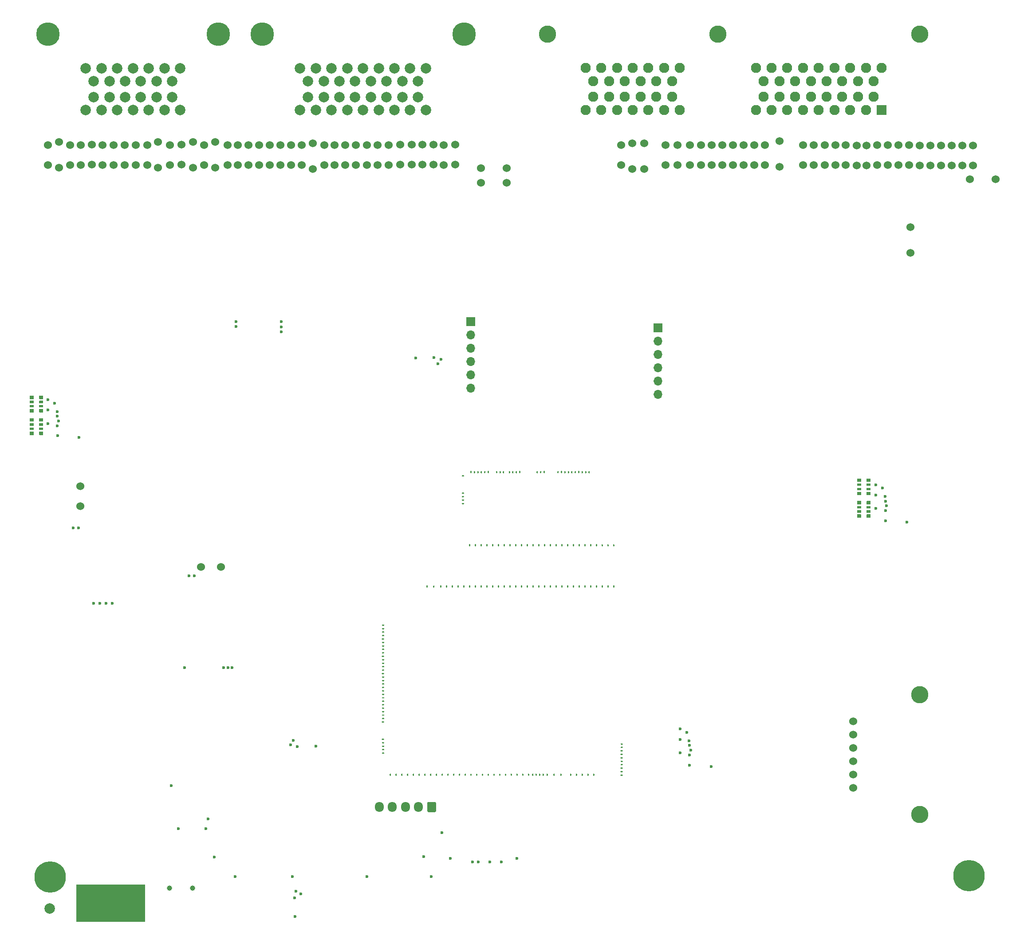
<source format=gbs>
G04 #@! TF.GenerationSoftware,KiCad,Pcbnew,(6.0.9)*
G04 #@! TF.CreationDate,2022-12-17T22:45:46+03:00*
G04 #@! TF.ProjectId,alphax_8ch,616c7068-6178-45f3-9863-682e6b696361,a*
G04 #@! TF.SameCoordinates,PX141f5e0PYa2cace0*
G04 #@! TF.FileFunction,Soldermask,Bot*
G04 #@! TF.FilePolarity,Negative*
%FSLAX46Y46*%
G04 Gerber Fmt 4.6, Leading zero omitted, Abs format (unit mm)*
G04 Created by KiCad (PCBNEW (6.0.9)) date 2022-12-17 22:45:46*
%MOMM*%
%LPD*%
G01*
G04 APERTURE LIST*
%ADD10C,0.120000*%
%ADD11C,0.599999*%
%ADD12C,1.524000*%
%ADD13C,4.500000*%
%ADD14C,2.000000*%
%ADD15C,6.000000*%
%ADD16C,1.000000*%
%ADD17C,0.600000*%
%ADD18R,1.700000X1.700000*%
%ADD19O,1.700000X1.700000*%
%ADD20C,3.300000*%
%ADD21R,1.950000X1.950000*%
%ADD22C,1.950000*%
%ADD23O,1.700000X1.950000*%
%ADD24C,3.302000*%
G04 APERTURE END LIST*
G04 #@! TO.C,U4*
G36*
X22850000Y200000D02*
G01*
X9850000Y200000D01*
X9850000Y7200000D01*
X22850000Y7200000D01*
X22850000Y200000D01*
G37*
D10*
X22850000Y200000D02*
X9850000Y200000D01*
X9850000Y7200000D01*
X22850000Y7200000D01*
X22850000Y200000D01*
G04 #@! TD*
D11*
G04 #@! TO.C,M4*
X126845111Y31896868D03*
X125010101Y32321876D03*
X127060109Y32871873D03*
X126845114Y33746832D03*
X126770107Y34596855D03*
X125010101Y34921871D03*
X126320101Y36221838D03*
X125010101Y36871855D03*
X130935116Y29696852D03*
X126860110Y29996854D03*
G04 #@! TD*
D12*
G04 #@! TO.C,R8*
X158700000Y144475000D03*
X158700000Y148285000D03*
G04 #@! TD*
D13*
G04 #@! TO.C,J22*
X4370000Y169500000D03*
X36870000Y169500000D03*
D14*
X29620000Y163000000D03*
X26620000Y163000000D03*
X23620000Y163000000D03*
X20620000Y163000000D03*
X17620000Y163000000D03*
X14620000Y163000000D03*
X11620000Y163000000D03*
X28120000Y160500000D03*
X25120000Y160500000D03*
X22120000Y160500000D03*
X19120000Y160500000D03*
X16120000Y160500000D03*
X13120000Y160500000D03*
X28120000Y157500000D03*
X25120000Y157500000D03*
X22120000Y157500000D03*
X19120000Y157500000D03*
X16120000Y157500000D03*
X13120000Y157500000D03*
X29620000Y155000000D03*
X26620000Y155000000D03*
X23620000Y155000000D03*
X20620000Y155000000D03*
X17620000Y155000000D03*
X14620000Y155000000D03*
X11620000Y155000000D03*
G04 #@! TD*
D12*
G04 #@! TO.C,R93*
X27668000Y148365000D03*
X27668000Y144555000D03*
G04 #@! TD*
D15*
G04 #@! TO.C,J8*
X4803000Y8619000D03*
G04 #@! TD*
D12*
G04 #@! TO.C,R59*
X79950000Y148355000D03*
X79950000Y144545000D03*
G04 #@! TD*
G04 #@! TO.C,R9*
X154650000Y144495000D03*
X154650000Y148305000D03*
G04 #@! TD*
G04 #@! TO.C,R68*
X52814000Y144555000D03*
X52814000Y148365000D03*
G04 #@! TD*
G04 #@! TO.C,R82*
X4350000Y148325000D03*
X4350000Y144515000D03*
G04 #@! TD*
G04 #@! TO.C,F4*
X91950000Y141150000D03*
X87050000Y141150000D03*
G04 #@! TD*
G04 #@! TO.C,R91*
X40622000Y144555000D03*
X40622000Y148365000D03*
G04 #@! TD*
G04 #@! TO.C,R1002*
X139150000Y144555000D03*
X139150000Y148365000D03*
G04 #@! TD*
D11*
G04 #@! TO.C,M16*
X79577495Y17084820D03*
X81152509Y12179811D03*
X93856527Y12188874D03*
X85377499Y11509810D03*
X86552503Y11509810D03*
X88727497Y11509810D03*
X90952499Y11509810D03*
G04 #@! TD*
D12*
G04 #@! TO.C,R1007*
X65230000Y144544979D03*
X65230000Y148354979D03*
G04 #@! TD*
G04 #@! TO.C,F10*
X54970000Y148690000D03*
X54970000Y143790000D03*
G04 #@! TD*
G04 #@! TO.C,R11*
X156660000Y144525000D03*
X156660000Y148335000D03*
G04 #@! TD*
G04 #@! TO.C,R6*
X178920000Y144465000D03*
X178920000Y148275000D03*
G04 #@! TD*
G04 #@! TO.C,R60*
X67320000Y144555000D03*
X67320000Y148365000D03*
G04 #@! TD*
D16*
G04 #@! TO.C,J1*
X32000000Y6500000D03*
X27600000Y6500000D03*
G04 #@! TD*
D12*
G04 #@! TO.C,R1010*
X46718000Y144565000D03*
X46718000Y148375000D03*
G04 #@! TD*
G04 #@! TO.C,R36*
X135100000Y144555000D03*
X135100000Y148365000D03*
G04 #@! TD*
D17*
G04 #@! TO.C,M10*
X48950000Y114600000D03*
X48950000Y113650000D03*
X48950000Y112700002D03*
X40250000Y113700000D03*
X40250000Y114600000D03*
G04 #@! TD*
D12*
G04 #@! TO.C,R66*
X8650000Y144565000D03*
X8650000Y148375000D03*
G04 #@! TD*
G04 #@! TO.C,R1012*
X23360000Y144545000D03*
X23360000Y148355000D03*
G04 #@! TD*
G04 #@! TO.C,R17*
X168760000Y144485000D03*
X168760000Y148295000D03*
G04 #@! TD*
G04 #@! TO.C,R63*
X21180000Y144555000D03*
X21180000Y148365000D03*
G04 #@! TD*
G04 #@! TO.C,R74*
X44686000Y144555000D03*
X44686000Y148365000D03*
G04 #@! TD*
G04 #@! TO.C,R34*
X137110000Y144555000D03*
X137110000Y148365000D03*
G04 #@! TD*
G04 #@! TO.C,R1005*
X73780000Y144580000D03*
X73780000Y148390000D03*
G04 #@! TD*
G04 #@! TO.C,R1009*
X48750000Y144555000D03*
X48750000Y148365000D03*
G04 #@! TD*
G04 #@! TO.C,R70*
X63160000Y144535000D03*
X63160000Y148345000D03*
G04 #@! TD*
G04 #@! TO.C,R1004*
X82100000Y144580021D03*
X82100000Y148390021D03*
G04 #@! TD*
D11*
G04 #@! TO.C,M7*
X51750003Y5925001D03*
X52625005Y5400001D03*
X51450001Y4650003D03*
X51525004Y1100002D03*
G04 #@! TD*
D12*
G04 #@! TO.C,F9*
X168950000Y132700000D03*
X168950000Y127800000D03*
G04 #@! TD*
G04 #@! TO.C,M6*
G36*
G01*
X68220504Y32403625D02*
X68470504Y32403625D01*
G75*
G02*
X68595504Y32278625I0J-125000D01*
G01*
X68595504Y32278625D01*
G75*
G02*
X68470504Y32153625I-125000J0D01*
G01*
X68220504Y32153625D01*
G75*
G02*
X68095504Y32278625I0J125000D01*
G01*
X68095504Y32278625D01*
G75*
G02*
X68220504Y32403625I125000J0D01*
G01*
G37*
G36*
G01*
X68470504Y32813623D02*
X68220504Y32813623D01*
G75*
G02*
X68095504Y32938623I0J125000D01*
G01*
X68095504Y32938623D01*
G75*
G02*
X68220504Y33063623I125000J0D01*
G01*
X68470504Y33063623D01*
G75*
G02*
X68595504Y32938623I0J-125000D01*
G01*
X68595504Y32938623D01*
G75*
G02*
X68470504Y32813623I-125000J0D01*
G01*
G37*
G36*
G01*
X68470504Y33473628D02*
X68220504Y33473628D01*
G75*
G02*
X68095504Y33598628I0J125000D01*
G01*
X68095504Y33598628D01*
G75*
G02*
X68220504Y33723628I125000J0D01*
G01*
X68470504Y33723628D01*
G75*
G02*
X68595504Y33598628I0J-125000D01*
G01*
X68595504Y33598628D01*
G75*
G02*
X68470504Y33473628I-125000J0D01*
G01*
G37*
G36*
G01*
X68470504Y34133623D02*
X68220504Y34133623D01*
G75*
G02*
X68095504Y34258623I0J125000D01*
G01*
X68095504Y34258623D01*
G75*
G02*
X68220504Y34383623I125000J0D01*
G01*
X68470504Y34383623D01*
G75*
G02*
X68595504Y34258623I0J-125000D01*
G01*
X68595504Y34258623D01*
G75*
G02*
X68470504Y34133623I-125000J0D01*
G01*
G37*
G36*
G01*
X68470504Y34793625D02*
X68220504Y34793625D01*
G75*
G02*
X68095504Y34918625I0J125000D01*
G01*
X68095504Y34918625D01*
G75*
G02*
X68220504Y35043625I125000J0D01*
G01*
X68470504Y35043625D01*
G75*
G02*
X68595504Y34918625I0J-125000D01*
G01*
X68595504Y34918625D01*
G75*
G02*
X68470504Y34793625I-125000J0D01*
G01*
G37*
G36*
G01*
X68470504Y38093626D02*
X68220504Y38093626D01*
G75*
G02*
X68095504Y38218626I0J125000D01*
G01*
X68095504Y38218626D01*
G75*
G02*
X68220504Y38343626I125000J0D01*
G01*
X68470504Y38343626D01*
G75*
G02*
X68595504Y38218626I0J-125000D01*
G01*
X68595504Y38218626D01*
G75*
G02*
X68470504Y38093626I-125000J0D01*
G01*
G37*
G36*
G01*
X68470504Y38753627D02*
X68220504Y38753627D01*
G75*
G02*
X68095504Y38878627I0J125000D01*
G01*
X68095504Y38878627D01*
G75*
G02*
X68220504Y39003627I125000J0D01*
G01*
X68470504Y39003627D01*
G75*
G02*
X68595504Y38878627I0J-125000D01*
G01*
X68595504Y38878627D01*
G75*
G02*
X68470504Y38753627I-125000J0D01*
G01*
G37*
G36*
G01*
X68470504Y39413629D02*
X68220504Y39413629D01*
G75*
G02*
X68095504Y39538629I0J125000D01*
G01*
X68095504Y39538629D01*
G75*
G02*
X68220504Y39663629I125000J0D01*
G01*
X68470504Y39663629D01*
G75*
G02*
X68595504Y39538629I0J-125000D01*
G01*
X68595504Y39538629D01*
G75*
G02*
X68470504Y39413629I-125000J0D01*
G01*
G37*
G36*
G01*
X68470504Y40073627D02*
X68220504Y40073627D01*
G75*
G02*
X68095504Y40198627I0J125000D01*
G01*
X68095504Y40198627D01*
G75*
G02*
X68220504Y40323627I125000J0D01*
G01*
X68470504Y40323627D01*
G75*
G02*
X68595504Y40198627I0J-125000D01*
G01*
X68595504Y40198627D01*
G75*
G02*
X68470504Y40073627I-125000J0D01*
G01*
G37*
G36*
G01*
X68470504Y40733629D02*
X68220504Y40733629D01*
G75*
G02*
X68095504Y40858629I0J125000D01*
G01*
X68095504Y40858629D01*
G75*
G02*
X68220504Y40983629I125000J0D01*
G01*
X68470504Y40983629D01*
G75*
G02*
X68595504Y40858629I0J-125000D01*
G01*
X68595504Y40858629D01*
G75*
G02*
X68470504Y40733629I-125000J0D01*
G01*
G37*
G36*
G01*
X68470504Y41393627D02*
X68220504Y41393627D01*
G75*
G02*
X68095504Y41518627I0J125000D01*
G01*
X68095504Y41518627D01*
G75*
G02*
X68220504Y41643627I125000J0D01*
G01*
X68470504Y41643627D01*
G75*
G02*
X68595504Y41518627I0J-125000D01*
G01*
X68595504Y41518627D01*
G75*
G02*
X68470504Y41393627I-125000J0D01*
G01*
G37*
G36*
G01*
X68470504Y42053628D02*
X68220504Y42053628D01*
G75*
G02*
X68095504Y42178628I0J125000D01*
G01*
X68095504Y42178628D01*
G75*
G02*
X68220504Y42303628I125000J0D01*
G01*
X68470504Y42303628D01*
G75*
G02*
X68595504Y42178628I0J-125000D01*
G01*
X68595504Y42178628D01*
G75*
G02*
X68470504Y42053628I-125000J0D01*
G01*
G37*
G36*
G01*
X68470504Y42713627D02*
X68220504Y42713627D01*
G75*
G02*
X68095504Y42838627I0J125000D01*
G01*
X68095504Y42838627D01*
G75*
G02*
X68220504Y42963627I125000J0D01*
G01*
X68470504Y42963627D01*
G75*
G02*
X68595504Y42838627I0J-125000D01*
G01*
X68595504Y42838627D01*
G75*
G02*
X68470504Y42713627I-125000J0D01*
G01*
G37*
G36*
G01*
X68470504Y43373628D02*
X68220504Y43373628D01*
G75*
G02*
X68095504Y43498628I0J125000D01*
G01*
X68095504Y43498628D01*
G75*
G02*
X68220504Y43623628I125000J0D01*
G01*
X68470504Y43623628D01*
G75*
G02*
X68595504Y43498628I0J-125000D01*
G01*
X68595504Y43498628D01*
G75*
G02*
X68470504Y43373628I-125000J0D01*
G01*
G37*
G36*
G01*
X68470504Y44033627D02*
X68220504Y44033627D01*
G75*
G02*
X68095504Y44158627I0J125000D01*
G01*
X68095504Y44158627D01*
G75*
G02*
X68220504Y44283627I125000J0D01*
G01*
X68470504Y44283627D01*
G75*
G02*
X68595504Y44158627I0J-125000D01*
G01*
X68595504Y44158627D01*
G75*
G02*
X68470504Y44033627I-125000J0D01*
G01*
G37*
G36*
G01*
X68470504Y44693628D02*
X68220504Y44693628D01*
G75*
G02*
X68095504Y44818628I0J125000D01*
G01*
X68095504Y44818628D01*
G75*
G02*
X68220504Y44943628I125000J0D01*
G01*
X68470504Y44943628D01*
G75*
G02*
X68595504Y44818628I0J-125000D01*
G01*
X68595504Y44818628D01*
G75*
G02*
X68470504Y44693628I-125000J0D01*
G01*
G37*
G36*
G01*
X68470504Y45353627D02*
X68220504Y45353627D01*
G75*
G02*
X68095504Y45478627I0J125000D01*
G01*
X68095504Y45478627D01*
G75*
G02*
X68220504Y45603627I125000J0D01*
G01*
X68470504Y45603627D01*
G75*
G02*
X68595504Y45478627I0J-125000D01*
G01*
X68595504Y45478627D01*
G75*
G02*
X68470504Y45353627I-125000J0D01*
G01*
G37*
G36*
G01*
X68470504Y46013628D02*
X68220504Y46013628D01*
G75*
G02*
X68095504Y46138628I0J125000D01*
G01*
X68095504Y46138628D01*
G75*
G02*
X68220504Y46263628I125000J0D01*
G01*
X68470504Y46263628D01*
G75*
G02*
X68595504Y46138628I0J-125000D01*
G01*
X68595504Y46138628D01*
G75*
G02*
X68470504Y46013628I-125000J0D01*
G01*
G37*
G36*
G01*
X68470504Y46673627D02*
X68220504Y46673627D01*
G75*
G02*
X68095504Y46798627I0J125000D01*
G01*
X68095504Y46798627D01*
G75*
G02*
X68220504Y46923627I125000J0D01*
G01*
X68470504Y46923627D01*
G75*
G02*
X68595504Y46798627I0J-125000D01*
G01*
X68595504Y46798627D01*
G75*
G02*
X68470504Y46673627I-125000J0D01*
G01*
G37*
G36*
G01*
X68470504Y47333628D02*
X68220504Y47333628D01*
G75*
G02*
X68095504Y47458628I0J125000D01*
G01*
X68095504Y47458628D01*
G75*
G02*
X68220504Y47583628I125000J0D01*
G01*
X68470504Y47583628D01*
G75*
G02*
X68595504Y47458628I0J-125000D01*
G01*
X68595504Y47458628D01*
G75*
G02*
X68470504Y47333628I-125000J0D01*
G01*
G37*
G36*
G01*
X68470504Y47993627D02*
X68220504Y47993627D01*
G75*
G02*
X68095504Y48118627I0J125000D01*
G01*
X68095504Y48118627D01*
G75*
G02*
X68220504Y48243627I125000J0D01*
G01*
X68470504Y48243627D01*
G75*
G02*
X68595504Y48118627I0J-125000D01*
G01*
X68595504Y48118627D01*
G75*
G02*
X68470504Y47993627I-125000J0D01*
G01*
G37*
G36*
G01*
X68470504Y48653628D02*
X68220504Y48653628D01*
G75*
G02*
X68095504Y48778628I0J125000D01*
G01*
X68095504Y48778628D01*
G75*
G02*
X68220504Y48903628I125000J0D01*
G01*
X68470504Y48903628D01*
G75*
G02*
X68595504Y48778628I0J-125000D01*
G01*
X68595504Y48778628D01*
G75*
G02*
X68470504Y48653628I-125000J0D01*
G01*
G37*
G36*
G01*
X68470504Y49313627D02*
X68220504Y49313627D01*
G75*
G02*
X68095504Y49438627I0J125000D01*
G01*
X68095504Y49438627D01*
G75*
G02*
X68220504Y49563627I125000J0D01*
G01*
X68470504Y49563627D01*
G75*
G02*
X68595504Y49438627I0J-125000D01*
G01*
X68595504Y49438627D01*
G75*
G02*
X68470504Y49313627I-125000J0D01*
G01*
G37*
G36*
G01*
X68470504Y49973628D02*
X68220504Y49973628D01*
G75*
G02*
X68095504Y50098628I0J125000D01*
G01*
X68095504Y50098628D01*
G75*
G02*
X68220504Y50223628I125000J0D01*
G01*
X68470504Y50223628D01*
G75*
G02*
X68595504Y50098628I0J-125000D01*
G01*
X68595504Y50098628D01*
G75*
G02*
X68470504Y49973628I-125000J0D01*
G01*
G37*
G36*
G01*
X68470504Y50633627D02*
X68220504Y50633627D01*
G75*
G02*
X68095504Y50758627I0J125000D01*
G01*
X68095504Y50758627D01*
G75*
G02*
X68220504Y50883627I125000J0D01*
G01*
X68470504Y50883627D01*
G75*
G02*
X68595504Y50758627I0J-125000D01*
G01*
X68595504Y50758627D01*
G75*
G02*
X68470504Y50633627I-125000J0D01*
G01*
G37*
G36*
G01*
X68470504Y51293628D02*
X68220504Y51293628D01*
G75*
G02*
X68095504Y51418628I0J125000D01*
G01*
X68095504Y51418628D01*
G75*
G02*
X68220504Y51543628I125000J0D01*
G01*
X68470504Y51543628D01*
G75*
G02*
X68595504Y51418628I0J-125000D01*
G01*
X68595504Y51418628D01*
G75*
G02*
X68470504Y51293628I-125000J0D01*
G01*
G37*
G36*
G01*
X68470504Y51953626D02*
X68220504Y51953626D01*
G75*
G02*
X68095504Y52078626I0J125000D01*
G01*
X68095504Y52078626D01*
G75*
G02*
X68220504Y52203626I125000J0D01*
G01*
X68470504Y52203626D01*
G75*
G02*
X68595504Y52078626I0J-125000D01*
G01*
X68595504Y52078626D01*
G75*
G02*
X68470504Y51953626I-125000J0D01*
G01*
G37*
G36*
G01*
X68470504Y52613628D02*
X68220504Y52613628D01*
G75*
G02*
X68095504Y52738628I0J125000D01*
G01*
X68095504Y52738628D01*
G75*
G02*
X68220504Y52863628I125000J0D01*
G01*
X68470504Y52863628D01*
G75*
G02*
X68595504Y52738628I0J-125000D01*
G01*
X68595504Y52738628D01*
G75*
G02*
X68470504Y52613628I-125000J0D01*
G01*
G37*
G36*
G01*
X68470504Y53273626D02*
X68220504Y53273626D01*
G75*
G02*
X68095504Y53398626I0J125000D01*
G01*
X68095504Y53398626D01*
G75*
G02*
X68220504Y53523626I125000J0D01*
G01*
X68470504Y53523626D01*
G75*
G02*
X68595504Y53398626I0J-125000D01*
G01*
X68595504Y53398626D01*
G75*
G02*
X68470504Y53273626I-125000J0D01*
G01*
G37*
G36*
G01*
X68470504Y53933628D02*
X68220504Y53933628D01*
G75*
G02*
X68095504Y54058628I0J125000D01*
G01*
X68095504Y54058628D01*
G75*
G02*
X68220504Y54183628I125000J0D01*
G01*
X68470504Y54183628D01*
G75*
G02*
X68595504Y54058628I0J-125000D01*
G01*
X68595504Y54058628D01*
G75*
G02*
X68470504Y53933628I-125000J0D01*
G01*
G37*
G36*
G01*
X68470504Y54593626D02*
X68220504Y54593626D01*
G75*
G02*
X68095504Y54718626I0J125000D01*
G01*
X68095504Y54718626D01*
G75*
G02*
X68220504Y54843626I125000J0D01*
G01*
X68470504Y54843626D01*
G75*
G02*
X68595504Y54718626I0J-125000D01*
G01*
X68595504Y54718626D01*
G75*
G02*
X68470504Y54593626I-125000J0D01*
G01*
G37*
G36*
G01*
X68470504Y55253627D02*
X68220504Y55253627D01*
G75*
G02*
X68095504Y55378627I0J125000D01*
G01*
X68095504Y55378627D01*
G75*
G02*
X68220504Y55503627I125000J0D01*
G01*
X68470504Y55503627D01*
G75*
G02*
X68595504Y55378627I0J-125000D01*
G01*
X68595504Y55378627D01*
G75*
G02*
X68470504Y55253627I-125000J0D01*
G01*
G37*
G36*
G01*
X68470504Y55913626D02*
X68220504Y55913626D01*
G75*
G02*
X68095504Y56038626I0J125000D01*
G01*
X68095504Y56038626D01*
G75*
G02*
X68220504Y56163626I125000J0D01*
G01*
X68470504Y56163626D01*
G75*
G02*
X68595504Y56038626I0J-125000D01*
G01*
X68595504Y56038626D01*
G75*
G02*
X68470504Y55913626I-125000J0D01*
G01*
G37*
G36*
G01*
X68470504Y56573627D02*
X68220504Y56573627D01*
G75*
G02*
X68095504Y56698627I0J125000D01*
G01*
X68095504Y56698627D01*
G75*
G02*
X68220504Y56823627I125000J0D01*
G01*
X68470504Y56823627D01*
G75*
G02*
X68595504Y56698627I0J-125000D01*
G01*
X68595504Y56698627D01*
G75*
G02*
X68470504Y56573627I-125000J0D01*
G01*
G37*
G36*
G01*
X102167502Y28026623D02*
X102167502Y28276623D01*
G75*
G02*
X102292502Y28401623I125000J0D01*
G01*
X102292502Y28401623D01*
G75*
G02*
X102417502Y28276623I0J-125000D01*
G01*
X102417502Y28026623D01*
G75*
G02*
X102292502Y27901623I-125000J0D01*
G01*
X102292502Y27901623D01*
G75*
G02*
X102167502Y28026623I0J125000D01*
G01*
G37*
G36*
G01*
X101097500Y28276623D02*
X101097500Y28026623D01*
G75*
G02*
X100972500Y27901623I-125000J0D01*
G01*
X100972500Y27901623D01*
G75*
G02*
X100847500Y28026623I0J125000D01*
G01*
X100847500Y28276623D01*
G75*
G02*
X100972500Y28401623I125000J0D01*
G01*
X100972500Y28401623D01*
G75*
G02*
X101097500Y28276623I0J-125000D01*
G01*
G37*
G36*
G01*
X99777497Y28276623D02*
X99777497Y28026623D01*
G75*
G02*
X99652497Y27901623I-125000J0D01*
G01*
X99652497Y27901623D01*
G75*
G02*
X99527497Y28026623I0J125000D01*
G01*
X99527497Y28276623D01*
G75*
G02*
X99652497Y28401623I125000J0D01*
G01*
X99652497Y28401623D01*
G75*
G02*
X99777497Y28276623I0J-125000D01*
G01*
G37*
G36*
G01*
X99017499Y28276623D02*
X99017499Y28026623D01*
G75*
G02*
X98892499Y27901623I-125000J0D01*
G01*
X98892499Y27901623D01*
G75*
G02*
X98767499Y28026623I0J125000D01*
G01*
X98767499Y28276623D01*
G75*
G02*
X98892499Y28401623I125000J0D01*
G01*
X98892499Y28401623D01*
G75*
G02*
X99017499Y28276623I0J-125000D01*
G01*
G37*
G36*
G01*
X98352496Y28276623D02*
X98352496Y28026623D01*
G75*
G02*
X98227496Y27901623I-125000J0D01*
G01*
X98227496Y27901623D01*
G75*
G02*
X98102496Y28026623I0J125000D01*
G01*
X98102496Y28276623D01*
G75*
G02*
X98227496Y28401623I125000J0D01*
G01*
X98227496Y28401623D01*
G75*
G02*
X98352496Y28276623I0J-125000D01*
G01*
G37*
G36*
G01*
X97687494Y28276623D02*
X97687494Y28026623D01*
G75*
G02*
X97562494Y27901623I-125000J0D01*
G01*
X97562494Y27901623D01*
G75*
G02*
X97437494Y28026623I0J125000D01*
G01*
X97437494Y28276623D01*
G75*
G02*
X97562494Y28401623I125000J0D01*
G01*
X97562494Y28401623D01*
G75*
G02*
X97687494Y28276623I0J-125000D01*
G01*
G37*
G36*
G01*
X97022504Y28276623D02*
X97022504Y28026623D01*
G75*
G02*
X96897504Y27901623I-125000J0D01*
G01*
X96897504Y27901623D01*
G75*
G02*
X96772504Y28026623I0J125000D01*
G01*
X96772504Y28276623D01*
G75*
G02*
X96897504Y28401623I125000J0D01*
G01*
X96897504Y28401623D01*
G75*
G02*
X97022504Y28276623I0J-125000D01*
G01*
G37*
G36*
G01*
X96247504Y28276623D02*
X96247504Y28026623D01*
G75*
G02*
X96122504Y27901623I-125000J0D01*
G01*
X96122504Y27901623D01*
G75*
G02*
X95997504Y28026623I0J125000D01*
G01*
X95997504Y28276623D01*
G75*
G02*
X96122504Y28401623I125000J0D01*
G01*
X96122504Y28401623D01*
G75*
G02*
X96247504Y28276623I0J-125000D01*
G01*
G37*
G36*
G01*
X95147506Y28276623D02*
X95147506Y28026623D01*
G75*
G02*
X95022506Y27901623I-125000J0D01*
G01*
X95022506Y27901623D01*
G75*
G02*
X94897506Y28026623I0J125000D01*
G01*
X94897506Y28276623D01*
G75*
G02*
X95022506Y28401623I125000J0D01*
G01*
X95022506Y28401623D01*
G75*
G02*
X95147506Y28276623I0J-125000D01*
G01*
G37*
G36*
G01*
X94047509Y28276623D02*
X94047509Y28026623D01*
G75*
G02*
X93922509Y27901623I-125000J0D01*
G01*
X93922509Y27901623D01*
G75*
G02*
X93797509Y28026623I0J125000D01*
G01*
X93797509Y28276623D01*
G75*
G02*
X93922509Y28401623I125000J0D01*
G01*
X93922509Y28401623D01*
G75*
G02*
X94047509Y28276623I0J-125000D01*
G01*
G37*
G36*
G01*
X92947511Y28276623D02*
X92947511Y28026623D01*
G75*
G02*
X92822511Y27901623I-125000J0D01*
G01*
X92822511Y27901623D01*
G75*
G02*
X92697511Y28026623I0J125000D01*
G01*
X92697511Y28276623D01*
G75*
G02*
X92822511Y28401623I125000J0D01*
G01*
X92822511Y28401623D01*
G75*
G02*
X92947511Y28276623I0J-125000D01*
G01*
G37*
G36*
G01*
X91847513Y28276623D02*
X91847513Y28026623D01*
G75*
G02*
X91722513Y27901623I-125000J0D01*
G01*
X91722513Y27901623D01*
G75*
G02*
X91597513Y28026623I0J125000D01*
G01*
X91597513Y28276623D01*
G75*
G02*
X91722513Y28401623I125000J0D01*
G01*
X91722513Y28401623D01*
G75*
G02*
X91847513Y28276623I0J-125000D01*
G01*
G37*
G36*
G01*
X90747515Y28276623D02*
X90747515Y28026623D01*
G75*
G02*
X90622515Y27901623I-125000J0D01*
G01*
X90622515Y27901623D01*
G75*
G02*
X90497515Y28026623I0J125000D01*
G01*
X90497515Y28276623D01*
G75*
G02*
X90622515Y28401623I125000J0D01*
G01*
X90622515Y28401623D01*
G75*
G02*
X90747515Y28276623I0J-125000D01*
G01*
G37*
G36*
G01*
X89647517Y28276623D02*
X89647517Y28026623D01*
G75*
G02*
X89522517Y27901623I-125000J0D01*
G01*
X89522517Y27901623D01*
G75*
G02*
X89397517Y28026623I0J125000D01*
G01*
X89397517Y28276623D01*
G75*
G02*
X89522517Y28401623I125000J0D01*
G01*
X89522517Y28401623D01*
G75*
G02*
X89647517Y28276623I0J-125000D01*
G01*
G37*
G36*
G01*
X88547520Y28276623D02*
X88547520Y28026623D01*
G75*
G02*
X88422520Y27901623I-125000J0D01*
G01*
X88422520Y27901623D01*
G75*
G02*
X88297520Y28026623I0J125000D01*
G01*
X88297520Y28276623D01*
G75*
G02*
X88422520Y28401623I125000J0D01*
G01*
X88422520Y28401623D01*
G75*
G02*
X88547520Y28276623I0J-125000D01*
G01*
G37*
G36*
G01*
X87447522Y28276623D02*
X87447522Y28026623D01*
G75*
G02*
X87322522Y27901623I-125000J0D01*
G01*
X87322522Y27901623D01*
G75*
G02*
X87197522Y28026623I0J125000D01*
G01*
X87197522Y28276623D01*
G75*
G02*
X87322522Y28401623I125000J0D01*
G01*
X87322522Y28401623D01*
G75*
G02*
X87447522Y28276623I0J-125000D01*
G01*
G37*
G36*
G01*
X86347524Y28276623D02*
X86347524Y28026623D01*
G75*
G02*
X86222524Y27901623I-125000J0D01*
G01*
X86222524Y27901623D01*
G75*
G02*
X86097524Y28026623I0J125000D01*
G01*
X86097524Y28276623D01*
G75*
G02*
X86222524Y28401623I125000J0D01*
G01*
X86222524Y28401623D01*
G75*
G02*
X86347524Y28276623I0J-125000D01*
G01*
G37*
G36*
G01*
X85247526Y28276623D02*
X85247526Y28026623D01*
G75*
G02*
X85122526Y27901623I-125000J0D01*
G01*
X85122526Y27901623D01*
G75*
G02*
X84997526Y28026623I0J125000D01*
G01*
X84997526Y28276623D01*
G75*
G02*
X85122526Y28401623I125000J0D01*
G01*
X85122526Y28401623D01*
G75*
G02*
X85247526Y28276623I0J-125000D01*
G01*
G37*
G36*
G01*
X84147528Y28276623D02*
X84147528Y28026623D01*
G75*
G02*
X84022528Y27901623I-125000J0D01*
G01*
X84022528Y27901623D01*
G75*
G02*
X83897528Y28026623I0J125000D01*
G01*
X83897528Y28276623D01*
G75*
G02*
X84022528Y28401623I125000J0D01*
G01*
X84022528Y28401623D01*
G75*
G02*
X84147528Y28276623I0J-125000D01*
G01*
G37*
G36*
G01*
X83047531Y28276623D02*
X83047531Y28026623D01*
G75*
G02*
X82922531Y27901623I-125000J0D01*
G01*
X82922531Y27901623D01*
G75*
G02*
X82797531Y28026623I0J125000D01*
G01*
X82797531Y28276623D01*
G75*
G02*
X82922531Y28401623I125000J0D01*
G01*
X82922531Y28401623D01*
G75*
G02*
X83047531Y28276623I0J-125000D01*
G01*
G37*
G36*
G01*
X81947533Y28276623D02*
X81947533Y28026623D01*
G75*
G02*
X81822533Y27901623I-125000J0D01*
G01*
X81822533Y27901623D01*
G75*
G02*
X81697533Y28026623I0J125000D01*
G01*
X81697533Y28276623D01*
G75*
G02*
X81822533Y28401623I125000J0D01*
G01*
X81822533Y28401623D01*
G75*
G02*
X81947533Y28276623I0J-125000D01*
G01*
G37*
G36*
G01*
X80847535Y28276623D02*
X80847535Y28026623D01*
G75*
G02*
X80722535Y27901623I-125000J0D01*
G01*
X80722535Y27901623D01*
G75*
G02*
X80597535Y28026623I0J125000D01*
G01*
X80597535Y28276623D01*
G75*
G02*
X80722535Y28401623I125000J0D01*
G01*
X80722535Y28401623D01*
G75*
G02*
X80847535Y28276623I0J-125000D01*
G01*
G37*
G36*
G01*
X79747537Y28276623D02*
X79747537Y28026623D01*
G75*
G02*
X79622537Y27901623I-125000J0D01*
G01*
X79622537Y27901623D01*
G75*
G02*
X79497537Y28026623I0J125000D01*
G01*
X79497537Y28276623D01*
G75*
G02*
X79622537Y28401623I125000J0D01*
G01*
X79622537Y28401623D01*
G75*
G02*
X79747537Y28276623I0J-125000D01*
G01*
G37*
G36*
G01*
X78647539Y28276623D02*
X78647539Y28026623D01*
G75*
G02*
X78522539Y27901623I-125000J0D01*
G01*
X78522539Y27901623D01*
G75*
G02*
X78397539Y28026623I0J125000D01*
G01*
X78397539Y28276623D01*
G75*
G02*
X78522539Y28401623I125000J0D01*
G01*
X78522539Y28401623D01*
G75*
G02*
X78647539Y28276623I0J-125000D01*
G01*
G37*
G36*
G01*
X77547542Y28276623D02*
X77547542Y28026623D01*
G75*
G02*
X77422542Y27901623I-125000J0D01*
G01*
X77422542Y27901623D01*
G75*
G02*
X77297542Y28026623I0J125000D01*
G01*
X77297542Y28276623D01*
G75*
G02*
X77422542Y28401623I125000J0D01*
G01*
X77422542Y28401623D01*
G75*
G02*
X77547542Y28276623I0J-125000D01*
G01*
G37*
G36*
G01*
X76447544Y28276623D02*
X76447544Y28026623D01*
G75*
G02*
X76322544Y27901623I-125000J0D01*
G01*
X76322544Y27901623D01*
G75*
G02*
X76197544Y28026623I0J125000D01*
G01*
X76197544Y28276623D01*
G75*
G02*
X76322544Y28401623I125000J0D01*
G01*
X76322544Y28401623D01*
G75*
G02*
X76447544Y28276623I0J-125000D01*
G01*
G37*
G36*
G01*
X75347546Y28276623D02*
X75347546Y28026623D01*
G75*
G02*
X75222546Y27901623I-125000J0D01*
G01*
X75222546Y27901623D01*
G75*
G02*
X75097546Y28026623I0J125000D01*
G01*
X75097546Y28276623D01*
G75*
G02*
X75222546Y28401623I125000J0D01*
G01*
X75222546Y28401623D01*
G75*
G02*
X75347546Y28276623I0J-125000D01*
G01*
G37*
G36*
G01*
X74247548Y28276623D02*
X74247548Y28026623D01*
G75*
G02*
X74122548Y27901623I-125000J0D01*
G01*
X74122548Y27901623D01*
G75*
G02*
X73997548Y28026623I0J125000D01*
G01*
X73997548Y28276623D01*
G75*
G02*
X74122548Y28401623I125000J0D01*
G01*
X74122548Y28401623D01*
G75*
G02*
X74247548Y28276623I0J-125000D01*
G01*
G37*
G36*
G01*
X73147550Y28276623D02*
X73147550Y28026623D01*
G75*
G02*
X73022550Y27901623I-125000J0D01*
G01*
X73022550Y27901623D01*
G75*
G02*
X72897550Y28026623I0J125000D01*
G01*
X72897550Y28276623D01*
G75*
G02*
X73022550Y28401623I125000J0D01*
G01*
X73022550Y28401623D01*
G75*
G02*
X73147550Y28276623I0J-125000D01*
G01*
G37*
G36*
G01*
X72047553Y28276623D02*
X72047553Y28026623D01*
G75*
G02*
X71922553Y27901623I-125000J0D01*
G01*
X71922553Y27901623D01*
G75*
G02*
X71797553Y28026623I0J125000D01*
G01*
X71797553Y28276623D01*
G75*
G02*
X71922553Y28401623I125000J0D01*
G01*
X71922553Y28401623D01*
G75*
G02*
X72047553Y28276623I0J-125000D01*
G01*
G37*
G36*
G01*
X70947555Y28276623D02*
X70947555Y28026623D01*
G75*
G02*
X70822555Y27901623I-125000J0D01*
G01*
X70822555Y27901623D01*
G75*
G02*
X70697555Y28026623I0J125000D01*
G01*
X70697555Y28276623D01*
G75*
G02*
X70822555Y28401623I125000J0D01*
G01*
X70822555Y28401623D01*
G75*
G02*
X70947555Y28276623I0J-125000D01*
G01*
G37*
G36*
G01*
X69847557Y28276623D02*
X69847557Y28026623D01*
G75*
G02*
X69722557Y27901623I-125000J0D01*
G01*
X69722557Y27901623D01*
G75*
G02*
X69597557Y28026623I0J125000D01*
G01*
X69597557Y28276623D01*
G75*
G02*
X69722557Y28401623I125000J0D01*
G01*
X69722557Y28401623D01*
G75*
G02*
X69847557Y28276623I0J-125000D01*
G01*
G37*
G36*
G01*
X108677489Y28276623D02*
X108677489Y28026623D01*
G75*
G02*
X108552489Y27901623I-125000J0D01*
G01*
X108552489Y27901623D01*
G75*
G02*
X108427489Y28026623I0J125000D01*
G01*
X108427489Y28276623D01*
G75*
G02*
X108552489Y28401623I125000J0D01*
G01*
X108552489Y28401623D01*
G75*
G02*
X108677489Y28276623I0J-125000D01*
G01*
G37*
G36*
G01*
X107577492Y28276623D02*
X107577492Y28026623D01*
G75*
G02*
X107452492Y27901623I-125000J0D01*
G01*
X107452492Y27901623D01*
G75*
G02*
X107327492Y28026623I0J125000D01*
G01*
X107327492Y28276623D01*
G75*
G02*
X107452492Y28401623I125000J0D01*
G01*
X107452492Y28401623D01*
G75*
G02*
X107577492Y28276623I0J-125000D01*
G01*
G37*
G36*
G01*
X106477494Y28276623D02*
X106477494Y28026623D01*
G75*
G02*
X106352494Y27901623I-125000J0D01*
G01*
X106352494Y27901623D01*
G75*
G02*
X106227494Y28026623I0J125000D01*
G01*
X106227494Y28276623D01*
G75*
G02*
X106352494Y28401623I125000J0D01*
G01*
X106352494Y28401623D01*
G75*
G02*
X106477494Y28276623I0J-125000D01*
G01*
G37*
G36*
G01*
X105377496Y28276623D02*
X105377496Y28026623D01*
G75*
G02*
X105252496Y27901623I-125000J0D01*
G01*
X105252496Y27901623D01*
G75*
G02*
X105127496Y28026623I0J125000D01*
G01*
X105127496Y28276623D01*
G75*
G02*
X105252496Y28401623I125000J0D01*
G01*
X105252496Y28401623D01*
G75*
G02*
X105377496Y28276623I0J-125000D01*
G01*
G37*
G36*
G01*
X104277498Y28276623D02*
X104277498Y28026623D01*
G75*
G02*
X104152498Y27901623I-125000J0D01*
G01*
X104152498Y27901623D01*
G75*
G02*
X104027498Y28026623I0J125000D01*
G01*
X104027498Y28276623D01*
G75*
G02*
X104152498Y28401623I125000J0D01*
G01*
X104152498Y28401623D01*
G75*
G02*
X104277498Y28276623I0J-125000D01*
G01*
G37*
G36*
G01*
X76847500Y64205623D02*
X76847500Y63955623D01*
G75*
G02*
X76722500Y63830623I-125000J0D01*
G01*
X76722500Y63830623D01*
G75*
G02*
X76597500Y63955623I0J125000D01*
G01*
X76597500Y64205623D01*
G75*
G02*
X76722500Y64330623I125000J0D01*
G01*
X76722500Y64330623D01*
G75*
G02*
X76847500Y64205623I0J-125000D01*
G01*
G37*
G36*
G01*
X77917502Y63955623D02*
X77917502Y64205623D01*
G75*
G02*
X78042502Y64330623I125000J0D01*
G01*
X78042502Y64330623D01*
G75*
G02*
X78167502Y64205623I0J-125000D01*
G01*
X78167502Y63955623D01*
G75*
G02*
X78042502Y63830623I-125000J0D01*
G01*
X78042502Y63830623D01*
G75*
G02*
X77917502Y63955623I0J125000D01*
G01*
G37*
G36*
G01*
X79237505Y63955623D02*
X79237505Y64205623D01*
G75*
G02*
X79362505Y64330623I125000J0D01*
G01*
X79362505Y64330623D01*
G75*
G02*
X79487505Y64205623I0J-125000D01*
G01*
X79487505Y63955623D01*
G75*
G02*
X79362505Y63830623I-125000J0D01*
G01*
X79362505Y63830623D01*
G75*
G02*
X79237505Y63955623I0J125000D01*
G01*
G37*
G36*
G01*
X80337502Y63955623D02*
X80337502Y64205623D01*
G75*
G02*
X80462502Y64330623I125000J0D01*
G01*
X80462502Y64330623D01*
G75*
G02*
X80587502Y64205623I0J-125000D01*
G01*
X80587502Y63955623D01*
G75*
G02*
X80462502Y63830623I-125000J0D01*
G01*
X80462502Y63830623D01*
G75*
G02*
X80337502Y63955623I0J125000D01*
G01*
G37*
G36*
G01*
X81437500Y63955623D02*
X81437500Y64205623D01*
G75*
G02*
X81562500Y64330623I125000J0D01*
G01*
X81562500Y64330623D01*
G75*
G02*
X81687500Y64205623I0J-125000D01*
G01*
X81687500Y63955623D01*
G75*
G02*
X81562500Y63830623I-125000J0D01*
G01*
X81562500Y63830623D01*
G75*
G02*
X81437500Y63955623I0J125000D01*
G01*
G37*
G36*
G01*
X82537498Y63955623D02*
X82537498Y64205623D01*
G75*
G02*
X82662498Y64330623I125000J0D01*
G01*
X82662498Y64330623D01*
G75*
G02*
X82787498Y64205623I0J-125000D01*
G01*
X82787498Y63955623D01*
G75*
G02*
X82662498Y63830623I-125000J0D01*
G01*
X82662498Y63830623D01*
G75*
G02*
X82537498Y63955623I0J125000D01*
G01*
G37*
G36*
G01*
X83637496Y63955623D02*
X83637496Y64205623D01*
G75*
G02*
X83762496Y64330623I125000J0D01*
G01*
X83762496Y64330623D01*
G75*
G02*
X83887496Y64205623I0J-125000D01*
G01*
X83887496Y63955623D01*
G75*
G02*
X83762496Y63830623I-125000J0D01*
G01*
X83762496Y63830623D01*
G75*
G02*
X83637496Y63955623I0J125000D01*
G01*
G37*
G36*
G01*
X84737494Y63955623D02*
X84737494Y64205623D01*
G75*
G02*
X84862494Y64330623I125000J0D01*
G01*
X84862494Y64330623D01*
G75*
G02*
X84987494Y64205623I0J-125000D01*
G01*
X84987494Y63955623D01*
G75*
G02*
X84862494Y63830623I-125000J0D01*
G01*
X84862494Y63830623D01*
G75*
G02*
X84737494Y63955623I0J125000D01*
G01*
G37*
G36*
G01*
X85837491Y63955623D02*
X85837491Y64205623D01*
G75*
G02*
X85962491Y64330623I125000J0D01*
G01*
X85962491Y64330623D01*
G75*
G02*
X86087491Y64205623I0J-125000D01*
G01*
X86087491Y63955623D01*
G75*
G02*
X85962491Y63830623I-125000J0D01*
G01*
X85962491Y63830623D01*
G75*
G02*
X85837491Y63955623I0J125000D01*
G01*
G37*
G36*
G01*
X86937489Y63955623D02*
X86937489Y64205623D01*
G75*
G02*
X87062489Y64330623I125000J0D01*
G01*
X87062489Y64330623D01*
G75*
G02*
X87187489Y64205623I0J-125000D01*
G01*
X87187489Y63955623D01*
G75*
G02*
X87062489Y63830623I-125000J0D01*
G01*
X87062489Y63830623D01*
G75*
G02*
X86937489Y63955623I0J125000D01*
G01*
G37*
G36*
G01*
X88037487Y63955623D02*
X88037487Y64205623D01*
G75*
G02*
X88162487Y64330623I125000J0D01*
G01*
X88162487Y64330623D01*
G75*
G02*
X88287487Y64205623I0J-125000D01*
G01*
X88287487Y63955623D01*
G75*
G02*
X88162487Y63830623I-125000J0D01*
G01*
X88162487Y63830623D01*
G75*
G02*
X88037487Y63955623I0J125000D01*
G01*
G37*
G36*
G01*
X89137485Y63955623D02*
X89137485Y64205623D01*
G75*
G02*
X89262485Y64330623I125000J0D01*
G01*
X89262485Y64330623D01*
G75*
G02*
X89387485Y64205623I0J-125000D01*
G01*
X89387485Y63955623D01*
G75*
G02*
X89262485Y63830623I-125000J0D01*
G01*
X89262485Y63830623D01*
G75*
G02*
X89137485Y63955623I0J125000D01*
G01*
G37*
G36*
G01*
X90237483Y63955623D02*
X90237483Y64205623D01*
G75*
G02*
X90362483Y64330623I125000J0D01*
G01*
X90362483Y64330623D01*
G75*
G02*
X90487483Y64205623I0J-125000D01*
G01*
X90487483Y63955623D01*
G75*
G02*
X90362483Y63830623I-125000J0D01*
G01*
X90362483Y63830623D01*
G75*
G02*
X90237483Y63955623I0J125000D01*
G01*
G37*
G36*
G01*
X91337480Y63955623D02*
X91337480Y64205623D01*
G75*
G02*
X91462480Y64330623I125000J0D01*
G01*
X91462480Y64330623D01*
G75*
G02*
X91587480Y64205623I0J-125000D01*
G01*
X91587480Y63955623D01*
G75*
G02*
X91462480Y63830623I-125000J0D01*
G01*
X91462480Y63830623D01*
G75*
G02*
X91337480Y63955623I0J125000D01*
G01*
G37*
G36*
G01*
X92437478Y63955623D02*
X92437478Y64205623D01*
G75*
G02*
X92562478Y64330623I125000J0D01*
G01*
X92562478Y64330623D01*
G75*
G02*
X92687478Y64205623I0J-125000D01*
G01*
X92687478Y63955623D01*
G75*
G02*
X92562478Y63830623I-125000J0D01*
G01*
X92562478Y63830623D01*
G75*
G02*
X92437478Y63955623I0J125000D01*
G01*
G37*
G36*
G01*
X93537476Y63955623D02*
X93537476Y64205623D01*
G75*
G02*
X93662476Y64330623I125000J0D01*
G01*
X93662476Y64330623D01*
G75*
G02*
X93787476Y64205623I0J-125000D01*
G01*
X93787476Y63955623D01*
G75*
G02*
X93662476Y63830623I-125000J0D01*
G01*
X93662476Y63830623D01*
G75*
G02*
X93537476Y63955623I0J125000D01*
G01*
G37*
G36*
G01*
X94637474Y63955623D02*
X94637474Y64205623D01*
G75*
G02*
X94762474Y64330623I125000J0D01*
G01*
X94762474Y64330623D01*
G75*
G02*
X94887474Y64205623I0J-125000D01*
G01*
X94887474Y63955623D01*
G75*
G02*
X94762474Y63830623I-125000J0D01*
G01*
X94762474Y63830623D01*
G75*
G02*
X94637474Y63955623I0J125000D01*
G01*
G37*
G36*
G01*
X95737472Y63955623D02*
X95737472Y64205623D01*
G75*
G02*
X95862472Y64330623I125000J0D01*
G01*
X95862472Y64330623D01*
G75*
G02*
X95987472Y64205623I0J-125000D01*
G01*
X95987472Y63955623D01*
G75*
G02*
X95862472Y63830623I-125000J0D01*
G01*
X95862472Y63830623D01*
G75*
G02*
X95737472Y63955623I0J125000D01*
G01*
G37*
G36*
G01*
X96837469Y63955623D02*
X96837469Y64205623D01*
G75*
G02*
X96962469Y64330623I125000J0D01*
G01*
X96962469Y64330623D01*
G75*
G02*
X97087469Y64205623I0J-125000D01*
G01*
X97087469Y63955623D01*
G75*
G02*
X96962469Y63830623I-125000J0D01*
G01*
X96962469Y63830623D01*
G75*
G02*
X96837469Y63955623I0J125000D01*
G01*
G37*
G36*
G01*
X97937467Y63955623D02*
X97937467Y64205623D01*
G75*
G02*
X98062467Y64330623I125000J0D01*
G01*
X98062467Y64330623D01*
G75*
G02*
X98187467Y64205623I0J-125000D01*
G01*
X98187467Y63955623D01*
G75*
G02*
X98062467Y63830623I-125000J0D01*
G01*
X98062467Y63830623D01*
G75*
G02*
X97937467Y63955623I0J125000D01*
G01*
G37*
G36*
G01*
X99037465Y63955623D02*
X99037465Y64205623D01*
G75*
G02*
X99162465Y64330623I125000J0D01*
G01*
X99162465Y64330623D01*
G75*
G02*
X99287465Y64205623I0J-125000D01*
G01*
X99287465Y63955623D01*
G75*
G02*
X99162465Y63830623I-125000J0D01*
G01*
X99162465Y63830623D01*
G75*
G02*
X99037465Y63955623I0J125000D01*
G01*
G37*
G36*
G01*
X100137463Y63955623D02*
X100137463Y64205623D01*
G75*
G02*
X100262463Y64330623I125000J0D01*
G01*
X100262463Y64330623D01*
G75*
G02*
X100387463Y64205623I0J-125000D01*
G01*
X100387463Y63955623D01*
G75*
G02*
X100262463Y63830623I-125000J0D01*
G01*
X100262463Y63830623D01*
G75*
G02*
X100137463Y63955623I0J125000D01*
G01*
G37*
G36*
G01*
X101237461Y63955623D02*
X101237461Y64205623D01*
G75*
G02*
X101362461Y64330623I125000J0D01*
G01*
X101362461Y64330623D01*
G75*
G02*
X101487461Y64205623I0J-125000D01*
G01*
X101487461Y63955623D01*
G75*
G02*
X101362461Y63830623I-125000J0D01*
G01*
X101362461Y63830623D01*
G75*
G02*
X101237461Y63955623I0J125000D01*
G01*
G37*
G36*
G01*
X102337458Y63955623D02*
X102337458Y64205623D01*
G75*
G02*
X102462458Y64330623I125000J0D01*
G01*
X102462458Y64330623D01*
G75*
G02*
X102587458Y64205623I0J-125000D01*
G01*
X102587458Y63955623D01*
G75*
G02*
X102462458Y63830623I-125000J0D01*
G01*
X102462458Y63830623D01*
G75*
G02*
X102337458Y63955623I0J125000D01*
G01*
G37*
G36*
G01*
X103437456Y63955623D02*
X103437456Y64205623D01*
G75*
G02*
X103562456Y64330623I125000J0D01*
G01*
X103562456Y64330623D01*
G75*
G02*
X103687456Y64205623I0J-125000D01*
G01*
X103687456Y63955623D01*
G75*
G02*
X103562456Y63830623I-125000J0D01*
G01*
X103562456Y63830623D01*
G75*
G02*
X103437456Y63955623I0J125000D01*
G01*
G37*
G36*
G01*
X104537454Y63955623D02*
X104537454Y64205623D01*
G75*
G02*
X104662454Y64330623I125000J0D01*
G01*
X104662454Y64330623D01*
G75*
G02*
X104787454Y64205623I0J-125000D01*
G01*
X104787454Y63955623D01*
G75*
G02*
X104662454Y63830623I-125000J0D01*
G01*
X104662454Y63830623D01*
G75*
G02*
X104537454Y63955623I0J125000D01*
G01*
G37*
G36*
G01*
X105637452Y63955623D02*
X105637452Y64205623D01*
G75*
G02*
X105762452Y64330623I125000J0D01*
G01*
X105762452Y64330623D01*
G75*
G02*
X105887452Y64205623I0J-125000D01*
G01*
X105887452Y63955623D01*
G75*
G02*
X105762452Y63830623I-125000J0D01*
G01*
X105762452Y63830623D01*
G75*
G02*
X105637452Y63955623I0J125000D01*
G01*
G37*
G36*
G01*
X106737450Y63955623D02*
X106737450Y64205623D01*
G75*
G02*
X106862450Y64330623I125000J0D01*
G01*
X106862450Y64330623D01*
G75*
G02*
X106987450Y64205623I0J-125000D01*
G01*
X106987450Y63955623D01*
G75*
G02*
X106862450Y63830623I-125000J0D01*
G01*
X106862450Y63830623D01*
G75*
G02*
X106737450Y63955623I0J125000D01*
G01*
G37*
G36*
G01*
X107837447Y63955623D02*
X107837447Y64205623D01*
G75*
G02*
X107962447Y64330623I125000J0D01*
G01*
X107962447Y64330623D01*
G75*
G02*
X108087447Y64205623I0J-125000D01*
G01*
X108087447Y63955623D01*
G75*
G02*
X107962447Y63830623I-125000J0D01*
G01*
X107962447Y63830623D01*
G75*
G02*
X107837447Y63955623I0J125000D01*
G01*
G37*
G36*
G01*
X108937445Y63955623D02*
X108937445Y64205623D01*
G75*
G02*
X109062445Y64330623I125000J0D01*
G01*
X109062445Y64330623D01*
G75*
G02*
X109187445Y64205623I0J-125000D01*
G01*
X109187445Y63955623D01*
G75*
G02*
X109062445Y63830623I-125000J0D01*
G01*
X109062445Y63830623D01*
G75*
G02*
X108937445Y63955623I0J125000D01*
G01*
G37*
G36*
G01*
X110037443Y63955623D02*
X110037443Y64205623D01*
G75*
G02*
X110162443Y64330623I125000J0D01*
G01*
X110162443Y64330623D01*
G75*
G02*
X110287443Y64205623I0J-125000D01*
G01*
X110287443Y63955623D01*
G75*
G02*
X110162443Y63830623I-125000J0D01*
G01*
X110162443Y63830623D01*
G75*
G02*
X110037443Y63955623I0J125000D01*
G01*
G37*
G36*
G01*
X111137441Y63955623D02*
X111137441Y64205623D01*
G75*
G02*
X111262441Y64330623I125000J0D01*
G01*
X111262441Y64330623D01*
G75*
G02*
X111387441Y64205623I0J-125000D01*
G01*
X111387441Y63955623D01*
G75*
G02*
X111262441Y63830623I-125000J0D01*
G01*
X111262441Y63830623D01*
G75*
G02*
X111137441Y63955623I0J125000D01*
G01*
G37*
G36*
G01*
X112237439Y63955623D02*
X112237439Y64205623D01*
G75*
G02*
X112362439Y64330623I125000J0D01*
G01*
X112362439Y64330623D01*
G75*
G02*
X112487439Y64205623I0J-125000D01*
G01*
X112487439Y63955623D01*
G75*
G02*
X112362439Y63830623I-125000J0D01*
G01*
X112362439Y63830623D01*
G75*
G02*
X112237439Y63955623I0J125000D01*
G01*
G37*
G36*
G01*
X113747502Y34148623D02*
X113997502Y34148623D01*
G75*
G02*
X114122502Y34023623I0J-125000D01*
G01*
X114122502Y34023623D01*
G75*
G02*
X113997502Y33898623I-125000J0D01*
G01*
X113747502Y33898623D01*
G75*
G02*
X113622502Y34023623I0J125000D01*
G01*
X113622502Y34023623D01*
G75*
G02*
X113747502Y34148623I125000J0D01*
G01*
G37*
G36*
G01*
X113747502Y33488623D02*
X113997502Y33488623D01*
G75*
G02*
X114122502Y33363623I0J-125000D01*
G01*
X114122502Y33363623D01*
G75*
G02*
X113997502Y33238623I-125000J0D01*
G01*
X113747502Y33238623D01*
G75*
G02*
X113622502Y33363623I0J125000D01*
G01*
X113622502Y33363623D01*
G75*
G02*
X113747502Y33488623I125000J0D01*
G01*
G37*
G36*
G01*
X113747502Y32828621D02*
X113997502Y32828621D01*
G75*
G02*
X114122502Y32703621I0J-125000D01*
G01*
X114122502Y32703621D01*
G75*
G02*
X113997502Y32578621I-125000J0D01*
G01*
X113747502Y32578621D01*
G75*
G02*
X113622502Y32703621I0J125000D01*
G01*
X113622502Y32703621D01*
G75*
G02*
X113747502Y32828621I125000J0D01*
G01*
G37*
G36*
G01*
X113747502Y32168620D02*
X113997502Y32168620D01*
G75*
G02*
X114122502Y32043620I0J-125000D01*
G01*
X114122502Y32043620D01*
G75*
G02*
X113997502Y31918620I-125000J0D01*
G01*
X113747502Y31918620D01*
G75*
G02*
X113622502Y32043620I0J125000D01*
G01*
X113622502Y32043620D01*
G75*
G02*
X113747502Y32168620I125000J0D01*
G01*
G37*
G36*
G01*
X113747502Y31508618D02*
X113997502Y31508618D01*
G75*
G02*
X114122502Y31383618I0J-125000D01*
G01*
X114122502Y31383618D01*
G75*
G02*
X113997502Y31258618I-125000J0D01*
G01*
X113747502Y31258618D01*
G75*
G02*
X113622502Y31383618I0J125000D01*
G01*
X113622502Y31383618D01*
G75*
G02*
X113747502Y31508618I125000J0D01*
G01*
G37*
G36*
G01*
X113747502Y30848617D02*
X113997502Y30848617D01*
G75*
G02*
X114122502Y30723617I0J-125000D01*
G01*
X114122502Y30723617D01*
G75*
G02*
X113997502Y30598617I-125000J0D01*
G01*
X113747502Y30598617D01*
G75*
G02*
X113622502Y30723617I0J125000D01*
G01*
X113622502Y30723617D01*
G75*
G02*
X113747502Y30848617I125000J0D01*
G01*
G37*
G36*
G01*
X113747502Y30188616D02*
X113997502Y30188616D01*
G75*
G02*
X114122502Y30063616I0J-125000D01*
G01*
X114122502Y30063616D01*
G75*
G02*
X113997502Y29938616I-125000J0D01*
G01*
X113747502Y29938616D01*
G75*
G02*
X113622502Y30063616I0J125000D01*
G01*
X113622502Y30063616D01*
G75*
G02*
X113747502Y30188616I125000J0D01*
G01*
G37*
G36*
G01*
X113747502Y29528615D02*
X113997502Y29528615D01*
G75*
G02*
X114122502Y29403615I0J-125000D01*
G01*
X114122502Y29403615D01*
G75*
G02*
X113997502Y29278615I-125000J0D01*
G01*
X113747502Y29278615D01*
G75*
G02*
X113622502Y29403615I0J125000D01*
G01*
X113622502Y29403615D01*
G75*
G02*
X113747502Y29528615I125000J0D01*
G01*
G37*
G36*
G01*
X113747502Y28868613D02*
X113997502Y28868613D01*
G75*
G02*
X114122502Y28743613I0J-125000D01*
G01*
X114122502Y28743613D01*
G75*
G02*
X113997502Y28618613I-125000J0D01*
G01*
X113747502Y28618613D01*
G75*
G02*
X113622502Y28743613I0J125000D01*
G01*
X113622502Y28743613D01*
G75*
G02*
X113747502Y28868613I125000J0D01*
G01*
G37*
G36*
G01*
X113747502Y28208612D02*
X113997502Y28208612D01*
G75*
G02*
X114122502Y28083612I0J-125000D01*
G01*
X114122502Y28083612D01*
G75*
G02*
X113997502Y27958612I-125000J0D01*
G01*
X113747502Y27958612D01*
G75*
G02*
X113622502Y28083612I0J125000D01*
G01*
X113622502Y28083612D01*
G75*
G02*
X113747502Y28208612I125000J0D01*
G01*
G37*
G04 #@! TD*
G04 #@! TO.C,M5*
G36*
G01*
X83469998Y80036477D02*
X83719998Y80036477D01*
G75*
G02*
X83844998Y79911477I0J-125000D01*
G01*
X83844998Y79911477D01*
G75*
G02*
X83719998Y79786477I-125000J0D01*
G01*
X83469998Y79786477D01*
G75*
G02*
X83344998Y79911477I0J125000D01*
G01*
X83344998Y79911477D01*
G75*
G02*
X83469998Y80036477I125000J0D01*
G01*
G37*
G36*
G01*
X83469998Y80696478D02*
X83719998Y80696478D01*
G75*
G02*
X83844998Y80571478I0J-125000D01*
G01*
X83844998Y80571478D01*
G75*
G02*
X83719998Y80446478I-125000J0D01*
G01*
X83469998Y80446478D01*
G75*
G02*
X83344998Y80571478I0J125000D01*
G01*
X83344998Y80571478D01*
G75*
G02*
X83469998Y80696478I125000J0D01*
G01*
G37*
G36*
G01*
X83469998Y81356479D02*
X83719998Y81356479D01*
G75*
G02*
X83844998Y81231479I0J-125000D01*
G01*
X83844998Y81231479D01*
G75*
G02*
X83719998Y81106479I-125000J0D01*
G01*
X83469998Y81106479D01*
G75*
G02*
X83344998Y81231479I0J125000D01*
G01*
X83344998Y81231479D01*
G75*
G02*
X83469998Y81356479I125000J0D01*
G01*
G37*
G36*
G01*
X83469998Y82016480D02*
X83719998Y82016480D01*
G75*
G02*
X83844998Y81891480I0J-125000D01*
G01*
X83844998Y81891480D01*
G75*
G02*
X83719998Y81766480I-125000J0D01*
G01*
X83469998Y81766480D01*
G75*
G02*
X83344998Y81891480I0J125000D01*
G01*
X83344998Y81891480D01*
G75*
G02*
X83469998Y82016480I125000J0D01*
G01*
G37*
G36*
G01*
X83469998Y85316487D02*
X83719998Y85316487D01*
G75*
G02*
X83844998Y85191487I0J-125000D01*
G01*
X83844998Y85191487D01*
G75*
G02*
X83719998Y85066487I-125000J0D01*
G01*
X83469998Y85066487D01*
G75*
G02*
X83344998Y85191487I0J125000D01*
G01*
X83344998Y85191487D01*
G75*
G02*
X83469998Y85316487I125000J0D01*
G01*
G37*
G36*
G01*
X112240000Y71817684D02*
X112240000Y72067684D01*
G75*
G02*
X112365000Y72192684I125000J0D01*
G01*
X112365000Y72192684D01*
G75*
G02*
X112490000Y72067684I0J-125000D01*
G01*
X112490000Y71817684D01*
G75*
G02*
X112365000Y71692684I-125000J0D01*
G01*
X112365000Y71692684D01*
G75*
G02*
X112240000Y71817684I0J125000D01*
G01*
G37*
G36*
G01*
X111389996Y72067684D02*
X111389996Y71817684D01*
G75*
G02*
X111264996Y71692684I-125000J0D01*
G01*
X111264996Y71692684D01*
G75*
G02*
X111139996Y71817684I0J125000D01*
G01*
X111139996Y72067684D01*
G75*
G02*
X111264996Y72192684I125000J0D01*
G01*
X111264996Y72192684D01*
G75*
G02*
X111389996Y72067684I0J-125000D01*
G01*
G37*
G36*
G01*
X110289995Y72067684D02*
X110289995Y71817684D01*
G75*
G02*
X110164995Y71692684I-125000J0D01*
G01*
X110164995Y71692684D01*
G75*
G02*
X110039995Y71817684I0J125000D01*
G01*
X110039995Y72067684D01*
G75*
G02*
X110164995Y72192684I125000J0D01*
G01*
X110164995Y72192684D01*
G75*
G02*
X110289995Y72067684I0J-125000D01*
G01*
G37*
G36*
G01*
X109189998Y72067684D02*
X109189998Y71817684D01*
G75*
G02*
X109064998Y71692684I-125000J0D01*
G01*
X109064998Y71692684D01*
G75*
G02*
X108939998Y71817684I0J125000D01*
G01*
X108939998Y72067684D01*
G75*
G02*
X109064998Y72192684I125000J0D01*
G01*
X109064998Y72192684D01*
G75*
G02*
X109189998Y72067684I0J-125000D01*
G01*
G37*
G36*
G01*
X108090000Y72067684D02*
X108090000Y71817684D01*
G75*
G02*
X107965000Y71692684I-125000J0D01*
G01*
X107965000Y71692684D01*
G75*
G02*
X107840000Y71817684I0J125000D01*
G01*
X107840000Y72067684D01*
G75*
G02*
X107965000Y72192684I125000J0D01*
G01*
X107965000Y72192684D01*
G75*
G02*
X108090000Y72067684I0J-125000D01*
G01*
G37*
G36*
G01*
X106990002Y72067684D02*
X106990002Y71817684D01*
G75*
G02*
X106865002Y71692684I-125000J0D01*
G01*
X106865002Y71692684D01*
G75*
G02*
X106740002Y71817684I0J125000D01*
G01*
X106740002Y72067684D01*
G75*
G02*
X106865002Y72192684I125000J0D01*
G01*
X106865002Y72192684D01*
G75*
G02*
X106990002Y72067684I0J-125000D01*
G01*
G37*
G36*
G01*
X105890004Y72067684D02*
X105890004Y71817684D01*
G75*
G02*
X105765004Y71692684I-125000J0D01*
G01*
X105765004Y71692684D01*
G75*
G02*
X105640004Y71817684I0J125000D01*
G01*
X105640004Y72067684D01*
G75*
G02*
X105765004Y72192684I125000J0D01*
G01*
X105765004Y72192684D01*
G75*
G02*
X105890004Y72067684I0J-125000D01*
G01*
G37*
G36*
G01*
X104790006Y72067684D02*
X104790006Y71817684D01*
G75*
G02*
X104665006Y71692684I-125000J0D01*
G01*
X104665006Y71692684D01*
G75*
G02*
X104540006Y71817684I0J125000D01*
G01*
X104540006Y72067684D01*
G75*
G02*
X104665006Y72192684I125000J0D01*
G01*
X104665006Y72192684D01*
G75*
G02*
X104790006Y72067684I0J-125000D01*
G01*
G37*
G36*
G01*
X103690009Y72067684D02*
X103690009Y71817684D01*
G75*
G02*
X103565009Y71692684I-125000J0D01*
G01*
X103565009Y71692684D01*
G75*
G02*
X103440009Y71817684I0J125000D01*
G01*
X103440009Y72067684D01*
G75*
G02*
X103565009Y72192684I125000J0D01*
G01*
X103565009Y72192684D01*
G75*
G02*
X103690009Y72067684I0J-125000D01*
G01*
G37*
G36*
G01*
X102590011Y72067684D02*
X102590011Y71817684D01*
G75*
G02*
X102465011Y71692684I-125000J0D01*
G01*
X102465011Y71692684D01*
G75*
G02*
X102340011Y71817684I0J125000D01*
G01*
X102340011Y72067684D01*
G75*
G02*
X102465011Y72192684I125000J0D01*
G01*
X102465011Y72192684D01*
G75*
G02*
X102590011Y72067684I0J-125000D01*
G01*
G37*
G36*
G01*
X101490013Y72067684D02*
X101490013Y71817684D01*
G75*
G02*
X101365013Y71692684I-125000J0D01*
G01*
X101365013Y71692684D01*
G75*
G02*
X101240013Y71817684I0J125000D01*
G01*
X101240013Y72067684D01*
G75*
G02*
X101365013Y72192684I125000J0D01*
G01*
X101365013Y72192684D01*
G75*
G02*
X101490013Y72067684I0J-125000D01*
G01*
G37*
G36*
G01*
X100390015Y72067684D02*
X100390015Y71817684D01*
G75*
G02*
X100265015Y71692684I-125000J0D01*
G01*
X100265015Y71692684D01*
G75*
G02*
X100140015Y71817684I0J125000D01*
G01*
X100140015Y72067684D01*
G75*
G02*
X100265015Y72192684I125000J0D01*
G01*
X100265015Y72192684D01*
G75*
G02*
X100390015Y72067684I0J-125000D01*
G01*
G37*
G36*
G01*
X99290017Y72067684D02*
X99290017Y71817684D01*
G75*
G02*
X99165017Y71692684I-125000J0D01*
G01*
X99165017Y71692684D01*
G75*
G02*
X99040017Y71817684I0J125000D01*
G01*
X99040017Y72067684D01*
G75*
G02*
X99165017Y72192684I125000J0D01*
G01*
X99165017Y72192684D01*
G75*
G02*
X99290017Y72067684I0J-125000D01*
G01*
G37*
G36*
G01*
X98190020Y72067684D02*
X98190020Y71817684D01*
G75*
G02*
X98065020Y71692684I-125000J0D01*
G01*
X98065020Y71692684D01*
G75*
G02*
X97940020Y71817684I0J125000D01*
G01*
X97940020Y72067684D01*
G75*
G02*
X98065020Y72192684I125000J0D01*
G01*
X98065020Y72192684D01*
G75*
G02*
X98190020Y72067684I0J-125000D01*
G01*
G37*
G36*
G01*
X97090022Y72067684D02*
X97090022Y71817684D01*
G75*
G02*
X96965022Y71692684I-125000J0D01*
G01*
X96965022Y71692684D01*
G75*
G02*
X96840022Y71817684I0J125000D01*
G01*
X96840022Y72067684D01*
G75*
G02*
X96965022Y72192684I125000J0D01*
G01*
X96965022Y72192684D01*
G75*
G02*
X97090022Y72067684I0J-125000D01*
G01*
G37*
G36*
G01*
X95990024Y72067684D02*
X95990024Y71817684D01*
G75*
G02*
X95865024Y71692684I-125000J0D01*
G01*
X95865024Y71692684D01*
G75*
G02*
X95740024Y71817684I0J125000D01*
G01*
X95740024Y72067684D01*
G75*
G02*
X95865024Y72192684I125000J0D01*
G01*
X95865024Y72192684D01*
G75*
G02*
X95990024Y72067684I0J-125000D01*
G01*
G37*
G36*
G01*
X94890026Y72067684D02*
X94890026Y71817684D01*
G75*
G02*
X94765026Y71692684I-125000J0D01*
G01*
X94765026Y71692684D01*
G75*
G02*
X94640026Y71817684I0J125000D01*
G01*
X94640026Y72067684D01*
G75*
G02*
X94765026Y72192684I125000J0D01*
G01*
X94765026Y72192684D01*
G75*
G02*
X94890026Y72067684I0J-125000D01*
G01*
G37*
G36*
G01*
X93790028Y72067684D02*
X93790028Y71817684D01*
G75*
G02*
X93665028Y71692684I-125000J0D01*
G01*
X93665028Y71692684D01*
G75*
G02*
X93540028Y71817684I0J125000D01*
G01*
X93540028Y72067684D01*
G75*
G02*
X93665028Y72192684I125000J0D01*
G01*
X93665028Y72192684D01*
G75*
G02*
X93790028Y72067684I0J-125000D01*
G01*
G37*
G36*
G01*
X92690031Y72067684D02*
X92690031Y71817684D01*
G75*
G02*
X92565031Y71692684I-125000J0D01*
G01*
X92565031Y71692684D01*
G75*
G02*
X92440031Y71817684I0J125000D01*
G01*
X92440031Y72067684D01*
G75*
G02*
X92565031Y72192684I125000J0D01*
G01*
X92565031Y72192684D01*
G75*
G02*
X92690031Y72067684I0J-125000D01*
G01*
G37*
G36*
G01*
X91590033Y72067684D02*
X91590033Y71817684D01*
G75*
G02*
X91465033Y71692684I-125000J0D01*
G01*
X91465033Y71692684D01*
G75*
G02*
X91340033Y71817684I0J125000D01*
G01*
X91340033Y72067684D01*
G75*
G02*
X91465033Y72192684I125000J0D01*
G01*
X91465033Y72192684D01*
G75*
G02*
X91590033Y72067684I0J-125000D01*
G01*
G37*
G36*
G01*
X90490035Y72067684D02*
X90490035Y71817684D01*
G75*
G02*
X90365035Y71692684I-125000J0D01*
G01*
X90365035Y71692684D01*
G75*
G02*
X90240035Y71817684I0J125000D01*
G01*
X90240035Y72067684D01*
G75*
G02*
X90365035Y72192684I125000J0D01*
G01*
X90365035Y72192684D01*
G75*
G02*
X90490035Y72067684I0J-125000D01*
G01*
G37*
G36*
G01*
X89390037Y72067684D02*
X89390037Y71817684D01*
G75*
G02*
X89265037Y71692684I-125000J0D01*
G01*
X89265037Y71692684D01*
G75*
G02*
X89140037Y71817684I0J125000D01*
G01*
X89140037Y72067684D01*
G75*
G02*
X89265037Y72192684I125000J0D01*
G01*
X89265037Y72192684D01*
G75*
G02*
X89390037Y72067684I0J-125000D01*
G01*
G37*
G36*
G01*
X88290039Y72067684D02*
X88290039Y71817684D01*
G75*
G02*
X88165039Y71692684I-125000J0D01*
G01*
X88165039Y71692684D01*
G75*
G02*
X88040039Y71817684I0J125000D01*
G01*
X88040039Y72067684D01*
G75*
G02*
X88165039Y72192684I125000J0D01*
G01*
X88165039Y72192684D01*
G75*
G02*
X88290039Y72067684I0J-125000D01*
G01*
G37*
G36*
G01*
X87190042Y72067684D02*
X87190042Y71817684D01*
G75*
G02*
X87065042Y71692684I-125000J0D01*
G01*
X87065042Y71692684D01*
G75*
G02*
X86940042Y71817684I0J125000D01*
G01*
X86940042Y72067684D01*
G75*
G02*
X87065042Y72192684I125000J0D01*
G01*
X87065042Y72192684D01*
G75*
G02*
X87190042Y72067684I0J-125000D01*
G01*
G37*
G36*
G01*
X86090044Y72067684D02*
X86090044Y71817684D01*
G75*
G02*
X85965044Y71692684I-125000J0D01*
G01*
X85965044Y71692684D01*
G75*
G02*
X85840044Y71817684I0J125000D01*
G01*
X85840044Y72067684D01*
G75*
G02*
X85965044Y72192684I125000J0D01*
G01*
X85965044Y72192684D01*
G75*
G02*
X86090044Y72067684I0J-125000D01*
G01*
G37*
G36*
G01*
X84990046Y72067684D02*
X84990046Y71817684D01*
G75*
G02*
X84865046Y71692684I-125000J0D01*
G01*
X84865046Y71692684D01*
G75*
G02*
X84740046Y71817684I0J125000D01*
G01*
X84740046Y72067684D01*
G75*
G02*
X84865046Y72192684I125000J0D01*
G01*
X84865046Y72192684D01*
G75*
G02*
X84990046Y72067684I0J-125000D01*
G01*
G37*
G36*
G01*
X85240990Y86029683D02*
X85240990Y85779683D01*
G75*
G02*
X85115990Y85654683I-125000J0D01*
G01*
X85115990Y85654683D01*
G75*
G02*
X84990990Y85779683I0J125000D01*
G01*
X84990990Y86029683D01*
G75*
G02*
X85115990Y86154683I125000J0D01*
G01*
X85115990Y86154683D01*
G75*
G02*
X85240990Y86029683I0J-125000D01*
G01*
G37*
G36*
G01*
X85900992Y86029683D02*
X85900992Y85779683D01*
G75*
G02*
X85775992Y85654683I-125000J0D01*
G01*
X85775992Y85654683D01*
G75*
G02*
X85650992Y85779683I0J125000D01*
G01*
X85650992Y86029683D01*
G75*
G02*
X85775992Y86154683I125000J0D01*
G01*
X85775992Y86154683D01*
G75*
G02*
X85900992Y86029683I0J-125000D01*
G01*
G37*
G36*
G01*
X86560993Y86029683D02*
X86560993Y85779683D01*
G75*
G02*
X86435993Y85654683I-125000J0D01*
G01*
X86435993Y85654683D01*
G75*
G02*
X86310993Y85779683I0J125000D01*
G01*
X86310993Y86029683D01*
G75*
G02*
X86435993Y86154683I125000J0D01*
G01*
X86435993Y86154683D01*
G75*
G02*
X86560993Y86029683I0J-125000D01*
G01*
G37*
G36*
G01*
X87220994Y86029683D02*
X87220994Y85779683D01*
G75*
G02*
X87095994Y85654683I-125000J0D01*
G01*
X87095994Y85654683D01*
G75*
G02*
X86970994Y85779683I0J125000D01*
G01*
X86970994Y86029683D01*
G75*
G02*
X87095994Y86154683I125000J0D01*
G01*
X87095994Y86154683D01*
G75*
G02*
X87220994Y86029683I0J-125000D01*
G01*
G37*
G36*
G01*
X87880995Y86029683D02*
X87880995Y85779683D01*
G75*
G02*
X87755995Y85654683I-125000J0D01*
G01*
X87755995Y85654683D01*
G75*
G02*
X87630995Y85779683I0J125000D01*
G01*
X87630995Y86029683D01*
G75*
G02*
X87755995Y86154683I125000J0D01*
G01*
X87755995Y86154683D01*
G75*
G02*
X87880995Y86029683I0J-125000D01*
G01*
G37*
G36*
G01*
X88540997Y86029683D02*
X88540997Y85779683D01*
G75*
G02*
X88415997Y85654683I-125000J0D01*
G01*
X88415997Y85654683D01*
G75*
G02*
X88290997Y85779683I0J125000D01*
G01*
X88290997Y86029683D01*
G75*
G02*
X88415997Y86154683I125000J0D01*
G01*
X88415997Y86154683D01*
G75*
G02*
X88540997Y86029683I0J-125000D01*
G01*
G37*
G36*
G01*
X90141994Y86029683D02*
X90141994Y85779683D01*
G75*
G02*
X90016994Y85654683I-125000J0D01*
G01*
X90016994Y85654683D01*
G75*
G02*
X89891994Y85779683I0J125000D01*
G01*
X89891994Y86029683D01*
G75*
G02*
X90016994Y86154683I125000J0D01*
G01*
X90016994Y86154683D01*
G75*
G02*
X90141994Y86029683I0J-125000D01*
G01*
G37*
G36*
G01*
X90801995Y86029683D02*
X90801995Y85779683D01*
G75*
G02*
X90676995Y85654683I-125000J0D01*
G01*
X90676995Y85654683D01*
G75*
G02*
X90551995Y85779683I0J125000D01*
G01*
X90551995Y86029683D01*
G75*
G02*
X90676995Y86154683I125000J0D01*
G01*
X90676995Y86154683D01*
G75*
G02*
X90801995Y86029683I0J-125000D01*
G01*
G37*
G36*
G01*
X91461997Y86029683D02*
X91461997Y85779683D01*
G75*
G02*
X91336997Y85654683I-125000J0D01*
G01*
X91336997Y85654683D01*
G75*
G02*
X91211997Y85779683I0J125000D01*
G01*
X91211997Y86029683D01*
G75*
G02*
X91336997Y86154683I125000J0D01*
G01*
X91336997Y86154683D01*
G75*
G02*
X91461997Y86029683I0J-125000D01*
G01*
G37*
G36*
G01*
X92582896Y86029683D02*
X92582896Y85779683D01*
G75*
G02*
X92457896Y85654683I-125000J0D01*
G01*
X92457896Y85654683D01*
G75*
G02*
X92332896Y85779683I0J125000D01*
G01*
X92332896Y86029683D01*
G75*
G02*
X92457896Y86154683I125000J0D01*
G01*
X92457896Y86154683D01*
G75*
G02*
X92582896Y86029683I0J-125000D01*
G01*
G37*
G36*
G01*
X93242897Y86029683D02*
X93242897Y85779683D01*
G75*
G02*
X93117897Y85654683I-125000J0D01*
G01*
X93117897Y85654683D01*
G75*
G02*
X92992897Y85779683I0J125000D01*
G01*
X92992897Y86029683D01*
G75*
G02*
X93117897Y86154683I125000J0D01*
G01*
X93117897Y86154683D01*
G75*
G02*
X93242897Y86029683I0J-125000D01*
G01*
G37*
G36*
G01*
X93902898Y86029683D02*
X93902898Y85779683D01*
G75*
G02*
X93777898Y85654683I-125000J0D01*
G01*
X93777898Y85654683D01*
G75*
G02*
X93652898Y85779683I0J125000D01*
G01*
X93652898Y86029683D01*
G75*
G02*
X93777898Y86154683I125000J0D01*
G01*
X93777898Y86154683D01*
G75*
G02*
X93902898Y86029683I0J-125000D01*
G01*
G37*
G36*
G01*
X94562900Y86029683D02*
X94562900Y85779683D01*
G75*
G02*
X94437900Y85654683I-125000J0D01*
G01*
X94437900Y85654683D01*
G75*
G02*
X94312900Y85779683I0J125000D01*
G01*
X94312900Y86029683D01*
G75*
G02*
X94437900Y86154683I125000J0D01*
G01*
X94437900Y86154683D01*
G75*
G02*
X94562900Y86029683I0J-125000D01*
G01*
G37*
G36*
G01*
X97888994Y86029683D02*
X97888994Y85779683D01*
G75*
G02*
X97763994Y85654683I-125000J0D01*
G01*
X97763994Y85654683D01*
G75*
G02*
X97638994Y85779683I0J125000D01*
G01*
X97638994Y86029683D01*
G75*
G02*
X97763994Y86154683I125000J0D01*
G01*
X97763994Y86154683D01*
G75*
G02*
X97888994Y86029683I0J-125000D01*
G01*
G37*
G36*
G01*
X98548995Y86029683D02*
X98548995Y85779683D01*
G75*
G02*
X98423995Y85654683I-125000J0D01*
G01*
X98423995Y85654683D01*
G75*
G02*
X98298995Y85779683I0J125000D01*
G01*
X98298995Y86029683D01*
G75*
G02*
X98423995Y86154683I125000J0D01*
G01*
X98423995Y86154683D01*
G75*
G02*
X98548995Y86029683I0J-125000D01*
G01*
G37*
G36*
G01*
X99208997Y86029683D02*
X99208997Y85779683D01*
G75*
G02*
X99083997Y85654683I-125000J0D01*
G01*
X99083997Y85654683D01*
G75*
G02*
X98958997Y85779683I0J125000D01*
G01*
X98958997Y86029683D01*
G75*
G02*
X99083997Y86154683I125000J0D01*
G01*
X99083997Y86154683D01*
G75*
G02*
X99208997Y86029683I0J-125000D01*
G01*
G37*
G36*
G01*
X101854988Y86029683D02*
X101854988Y85779683D01*
G75*
G02*
X101729988Y85654683I-125000J0D01*
G01*
X101729988Y85654683D01*
G75*
G02*
X101604988Y85779683I0J125000D01*
G01*
X101604988Y86029683D01*
G75*
G02*
X101729988Y86154683I125000J0D01*
G01*
X101729988Y86154683D01*
G75*
G02*
X101854988Y86029683I0J-125000D01*
G01*
G37*
G36*
G01*
X102514989Y86029683D02*
X102514989Y85779683D01*
G75*
G02*
X102389989Y85654683I-125000J0D01*
G01*
X102389989Y85654683D01*
G75*
G02*
X102264989Y85779683I0J125000D01*
G01*
X102264989Y86029683D01*
G75*
G02*
X102389989Y86154683I125000J0D01*
G01*
X102389989Y86154683D01*
G75*
G02*
X102514989Y86029683I0J-125000D01*
G01*
G37*
G36*
G01*
X103174991Y86029683D02*
X103174991Y85779683D01*
G75*
G02*
X103049991Y85654683I-125000J0D01*
G01*
X103049991Y85654683D01*
G75*
G02*
X102924991Y85779683I0J125000D01*
G01*
X102924991Y86029683D01*
G75*
G02*
X103049991Y86154683I125000J0D01*
G01*
X103049991Y86154683D01*
G75*
G02*
X103174991Y86029683I0J-125000D01*
G01*
G37*
G36*
G01*
X103834992Y86029683D02*
X103834992Y85779683D01*
G75*
G02*
X103709992Y85654683I-125000J0D01*
G01*
X103709992Y85654683D01*
G75*
G02*
X103584992Y85779683I0J125000D01*
G01*
X103584992Y86029683D01*
G75*
G02*
X103709992Y86154683I125000J0D01*
G01*
X103709992Y86154683D01*
G75*
G02*
X103834992Y86029683I0J-125000D01*
G01*
G37*
G36*
G01*
X104494993Y86029683D02*
X104494993Y85779683D01*
G75*
G02*
X104369993Y85654683I-125000J0D01*
G01*
X104369993Y85654683D01*
G75*
G02*
X104244993Y85779683I0J125000D01*
G01*
X104244993Y86029683D01*
G75*
G02*
X104369993Y86154683I125000J0D01*
G01*
X104369993Y86154683D01*
G75*
G02*
X104494993Y86029683I0J-125000D01*
G01*
G37*
G36*
G01*
X105154994Y86029683D02*
X105154994Y85779683D01*
G75*
G02*
X105029994Y85654683I-125000J0D01*
G01*
X105029994Y85654683D01*
G75*
G02*
X104904994Y85779683I0J125000D01*
G01*
X104904994Y86029683D01*
G75*
G02*
X105029994Y86154683I125000J0D01*
G01*
X105029994Y86154683D01*
G75*
G02*
X105154994Y86029683I0J-125000D01*
G01*
G37*
G36*
G01*
X105814996Y86029683D02*
X105814996Y85779683D01*
G75*
G02*
X105689996Y85654683I-125000J0D01*
G01*
X105689996Y85654683D01*
G75*
G02*
X105564996Y85779683I0J125000D01*
G01*
X105564996Y86029683D01*
G75*
G02*
X105689996Y86154683I125000J0D01*
G01*
X105689996Y86154683D01*
G75*
G02*
X105814996Y86029683I0J-125000D01*
G01*
G37*
G36*
G01*
X106474997Y86029683D02*
X106474997Y85779683D01*
G75*
G02*
X106349997Y85654683I-125000J0D01*
G01*
X106349997Y85654683D01*
G75*
G02*
X106224997Y85779683I0J125000D01*
G01*
X106224997Y86029683D01*
G75*
G02*
X106349997Y86154683I125000J0D01*
G01*
X106349997Y86154683D01*
G75*
G02*
X106474997Y86029683I0J-125000D01*
G01*
G37*
G36*
G01*
X107134998Y86029683D02*
X107134998Y85779683D01*
G75*
G02*
X107009998Y85654683I-125000J0D01*
G01*
X107009998Y85654683D01*
G75*
G02*
X106884998Y85779683I0J125000D01*
G01*
X106884998Y86029683D01*
G75*
G02*
X107009998Y86154683I125000J0D01*
G01*
X107009998Y86154683D01*
G75*
G02*
X107134998Y86029683I0J-125000D01*
G01*
G37*
G36*
G01*
X107795000Y86029683D02*
X107795000Y85779683D01*
G75*
G02*
X107670000Y85654683I-125000J0D01*
G01*
X107670000Y85654683D01*
G75*
G02*
X107545000Y85779683I0J125000D01*
G01*
X107545000Y86029683D01*
G75*
G02*
X107670000Y86154683I125000J0D01*
G01*
X107670000Y86154683D01*
G75*
G02*
X107795000Y86029683I0J-125000D01*
G01*
G37*
G04 #@! TD*
D11*
G04 #@! TO.C,M1*
X27937888Y26083984D03*
X29262892Y17858984D03*
X34495386Y17876489D03*
X34987892Y19758985D03*
X36112878Y12408992D03*
G04 #@! TD*
D18*
G04 #@! TO.C,J13*
X85100000Y114600000D03*
D19*
X85100000Y112060000D03*
X85100000Y109520000D03*
X85100000Y106980000D03*
X85100000Y104440000D03*
X85100000Y101900000D03*
G04 #@! TD*
D12*
G04 #@! TO.C,R1013*
X16880000Y144565000D03*
X16880000Y148375000D03*
G04 #@! TD*
D11*
G04 #@! TO.C,M3*
X30445000Y48600000D03*
X37945000Y48600000D03*
X38745000Y48600000D03*
X39545000Y48600000D03*
X32345000Y66125000D03*
X31345000Y66125000D03*
G04 #@! TD*
D18*
G04 #@! TO.C,J12*
X120800000Y113410000D03*
D19*
X120800000Y110870000D03*
X120800000Y108330000D03*
X120800000Y105790000D03*
X120800000Y103250000D03*
X120800000Y100710000D03*
G04 #@! TD*
D12*
G04 #@! TO.C,R1006*
X69440000Y144565000D03*
X69440000Y148375000D03*
G04 #@! TD*
D20*
G04 #@! TO.C,J10*
X99730000Y169524250D03*
X170730000Y169524250D03*
X132230000Y169524250D03*
D21*
X163480000Y155024250D03*
D22*
X160480000Y155024250D03*
X157480000Y155024250D03*
X154480000Y155024250D03*
X151480000Y155024250D03*
X148480000Y155024250D03*
X145480000Y155024250D03*
X142480000Y155024250D03*
X139480000Y155024250D03*
X161980000Y157524250D03*
X158980000Y157524250D03*
X155980000Y157524250D03*
X152980000Y157524250D03*
X149980000Y157524250D03*
X146980000Y157524250D03*
X143980000Y157524250D03*
X140980000Y157524250D03*
X161980000Y160524250D03*
X158980000Y160524250D03*
X155980000Y160524250D03*
X152980000Y160524250D03*
X149980000Y160524250D03*
X146980000Y160524250D03*
X143980000Y160524250D03*
X140980000Y160524250D03*
X163480000Y163024250D03*
X160480000Y163024250D03*
X157480000Y163024250D03*
X154480000Y163024250D03*
X151480000Y163024250D03*
X148480000Y163024250D03*
X145480000Y163024250D03*
X142480000Y163024250D03*
X139480000Y163024250D03*
X124980000Y155024250D03*
X121980000Y155024250D03*
X118980000Y155024250D03*
X115980000Y155024250D03*
X112980000Y155024250D03*
X109980000Y155024250D03*
X106980000Y155024250D03*
X123480000Y157524250D03*
X120480000Y157524250D03*
X117480000Y157524250D03*
X114480000Y157524250D03*
X111480000Y157524250D03*
X108480000Y157524250D03*
X123480000Y160524250D03*
X120480000Y160524250D03*
X117480000Y160524250D03*
X114480000Y160524250D03*
X111480000Y160524250D03*
X108480000Y160524250D03*
X124980000Y163024250D03*
X121980000Y163024250D03*
X118980000Y163024250D03*
X115980000Y163024250D03*
X112980000Y163024250D03*
X109980000Y163024250D03*
X106980000Y163024250D03*
G04 #@! TD*
D12*
G04 #@! TO.C,R10*
X164660000Y144485000D03*
X164660000Y148295000D03*
G04 #@! TD*
G04 #@! TO.C,R76*
X14780000Y148365000D03*
X14780000Y144555000D03*
G04 #@! TD*
G04 #@! TO.C,R62*
X122260000Y144525000D03*
X122260000Y148335000D03*
G04 #@! TD*
G04 #@! TO.C,F12*
X91950000Y143950000D03*
X87050000Y143950000D03*
G04 #@! TD*
D13*
G04 #@! TO.C,J11*
X83770000Y169500000D03*
X45270000Y169500000D03*
D14*
X76520000Y163000000D03*
X73520000Y163000000D03*
X70520000Y163000000D03*
X67520000Y163000000D03*
X64520000Y163000000D03*
X61520000Y163000000D03*
X58520000Y163000000D03*
X55520000Y163000000D03*
X52520000Y163000000D03*
X75020000Y160500000D03*
X72020000Y160500000D03*
X69020000Y160500000D03*
X66020000Y160500000D03*
X63020000Y160500000D03*
X60020000Y160500000D03*
X57020000Y160500000D03*
X54020000Y160500000D03*
X75020000Y157500000D03*
X72020000Y157500000D03*
X69020000Y157500000D03*
X66020000Y157500000D03*
X63020000Y157500000D03*
X60020000Y157500000D03*
X57020000Y157500000D03*
X54020000Y157500000D03*
X76520000Y155000000D03*
X73520000Y155000000D03*
X70520000Y155000000D03*
X67520000Y155000000D03*
X64520000Y155000000D03*
X61520000Y155000000D03*
X58520000Y155000000D03*
X55520000Y155000000D03*
X52520000Y155000000D03*
G04 #@! TD*
D12*
G04 #@! TO.C,R65*
X10680000Y144565000D03*
X10680000Y148375000D03*
G04 #@! TD*
G04 #@! TO.C,F7*
X115930000Y148690000D03*
X115930000Y143790000D03*
G04 #@! TD*
G04 #@! TO.C,R98*
X174860000Y144475000D03*
X174860000Y148285000D03*
G04 #@! TD*
G04 #@! TO.C,R58*
X71580000Y144570000D03*
X71580000Y148380000D03*
G04 #@! TD*
G04 #@! TO.C,R56*
X170780000Y144455000D03*
X170780000Y148265000D03*
G04 #@! TD*
G04 #@! TO.C,R1008*
X57110000Y144555000D03*
X57110000Y148365000D03*
G04 #@! TD*
G04 #@! TO.C,R89*
X29909351Y148404330D03*
X29909351Y144594330D03*
G04 #@! TD*
G04 #@! TO.C,R19*
X160640000Y144475000D03*
X160640000Y148285000D03*
G04 #@! TD*
G04 #@! TO.C,R77*
X12740000Y148385000D03*
X12740000Y144575000D03*
G04 #@! TD*
D11*
G04 #@! TO.C,M17*
X6205111Y94736868D03*
X4370101Y95161876D03*
X6420109Y95711873D03*
X6205114Y96586832D03*
X6130107Y97436855D03*
X4370101Y97761871D03*
X5680101Y99061838D03*
X4370101Y99711855D03*
X10295116Y92536852D03*
X6220110Y92836854D03*
G04 #@! TD*
D12*
G04 #@! TO.C,R48*
X131050000Y144555001D03*
X131050000Y148365001D03*
G04 #@! TD*
G04 #@! TO.C,R67*
X129030000Y144545000D03*
X129030000Y148355000D03*
G04 #@! TD*
G04 #@! TO.C,F1*
X118180000Y148680000D03*
X118180000Y143780000D03*
G04 #@! TD*
G04 #@! TO.C,R14*
X124510000Y148335000D03*
X124510000Y144525000D03*
G04 #@! TD*
G04 #@! TO.C,R1003*
X113790000Y144535000D03*
X113790000Y148345000D03*
G04 #@! TD*
G04 #@! TO.C,R64*
X19040000Y144545000D03*
X19040000Y148355000D03*
G04 #@! TD*
G04 #@! TO.C,F3*
X32118389Y148934559D03*
X32118389Y144034559D03*
G04 #@! TD*
G04 #@! TO.C,R71*
X50782000Y144545000D03*
X50782000Y148355000D03*
G04 #@! TD*
G04 #@! TO.C,R61*
X61140000Y144555000D03*
X61140000Y148365000D03*
G04 #@! TD*
D11*
G04 #@! TO.C,M13*
X164205111Y78536868D03*
X162370101Y78961876D03*
X164420109Y79511873D03*
X164205114Y80386832D03*
X164130107Y81236855D03*
X162370101Y81561871D03*
X163680101Y82861838D03*
X162370101Y83511855D03*
X168295116Y76336852D03*
X164220110Y76636854D03*
G04 #@! TD*
D15*
G04 #@! TO.C,J7*
X180180000Y8873000D03*
G04 #@! TD*
G04 #@! TO.C,J20*
G36*
G01*
X78470000Y22705000D02*
X78470000Y21255000D01*
G75*
G02*
X78220000Y21005000I-250000J0D01*
G01*
X77020000Y21005000D01*
G75*
G02*
X76770000Y21255000I0J250000D01*
G01*
X76770000Y22705000D01*
G75*
G02*
X77020000Y22955000I250000J0D01*
G01*
X78220000Y22955000D01*
G75*
G02*
X78470000Y22705000I0J-250000D01*
G01*
G37*
D23*
X75120000Y21980000D03*
X72620000Y21980000D03*
X70120000Y21980000D03*
X67620000Y21980000D03*
G04 #@! TD*
D11*
G04 #@! TO.C,M15*
X50704999Y33840003D03*
X51229999Y34715005D03*
X51979997Y33540001D03*
X55529998Y33615004D03*
G04 #@! TD*
D12*
G04 #@! TO.C,R1011*
X34175908Y144515760D03*
X34175908Y148325760D03*
G04 #@! TD*
G04 #@! TO.C,R97*
X172800000Y144465000D03*
X172800000Y148275000D03*
G04 #@! TD*
G04 #@! TO.C,R75*
X59120000Y144555000D03*
X59120000Y148365000D03*
G04 #@! TD*
G04 #@! TO.C,R69*
X42654000Y144565000D03*
X42654000Y148375000D03*
G04 #@! TD*
G04 #@! TO.C,R55*
X38645835Y144524550D03*
X38645835Y148334550D03*
G04 #@! TD*
G04 #@! TO.C,F8*
X6490000Y148900000D03*
X6490000Y144000000D03*
G04 #@! TD*
G04 #@! TO.C,R54*
X133060000Y144545000D03*
X133060000Y148355000D03*
G04 #@! TD*
G04 #@! TO.C,R52*
X77950000Y144580000D03*
X77950000Y148390000D03*
G04 #@! TD*
G04 #@! TO.C,R1020*
X10550000Y79387000D03*
X10550000Y83197000D03*
G04 #@! TD*
G04 #@! TO.C,R15*
X180950000Y144465000D03*
X180950000Y148275000D03*
G04 #@! TD*
G04 #@! TO.C,R57*
X75850000Y144580000D03*
X75850000Y148390000D03*
G04 #@! TD*
G04 #@! TO.C,R1001*
X148500000Y144505000D03*
X148500000Y148315000D03*
G04 #@! TD*
G04 #@! TO.C,R53*
X141220000Y144545000D03*
X141220000Y148355000D03*
G04 #@! TD*
D11*
G04 #@! TO.C,M14*
X79365001Y107469997D03*
X78840001Y106594995D03*
X78090003Y107769999D03*
X74540002Y107694996D03*
G04 #@! TD*
D17*
G04 #@! TO.C,M8*
X14280000Y60840000D03*
X13080000Y60840000D03*
X15480000Y60840000D03*
X16680000Y60840000D03*
X10220000Y75265000D03*
X9220000Y75265000D03*
G04 #@! TD*
D12*
G04 #@! TO.C,F11*
X180350000Y141800000D03*
X185250000Y141800000D03*
G04 #@! TD*
G04 #@! TO.C,R1021*
X33637000Y67830000D03*
X37447000Y67830000D03*
G04 #@! TD*
G04 #@! TO.C,R7*
X166730000Y144515000D03*
X166730000Y148325000D03*
G04 #@! TD*
G04 #@! TO.C,R13*
X126900000Y144565001D03*
X126900000Y148375001D03*
G04 #@! TD*
G04 #@! TO.C,R20*
X150560000Y144525000D03*
X150560000Y148335000D03*
G04 #@! TD*
G04 #@! TO.C,F6*
X25382000Y148940000D03*
X25382000Y144040000D03*
G04 #@! TD*
D24*
G04 #@! TO.C,U13*
X170733250Y20570000D03*
X170733250Y43430000D03*
D12*
X158033250Y38350000D03*
X158033250Y35810000D03*
X158033250Y33270000D03*
X158033250Y30730000D03*
X158033250Y28190000D03*
X158033250Y25650000D03*
G04 #@! TD*
G04 #@! TO.C,R99*
X176860000Y144465000D03*
X176860000Y148275000D03*
G04 #@! TD*
D11*
G04 #@! TO.C,M2*
X40150002Y8749981D03*
X77513268Y8749981D03*
X65250000Y8749981D03*
X51050001Y8749981D03*
X76124995Y12549993D03*
G04 #@! TD*
D12*
G04 #@! TO.C,R12*
X152600000Y144495000D03*
X152600000Y148305000D03*
G04 #@! TD*
G04 #@! TO.C,R18*
X162670000Y144485000D03*
X162670000Y148295000D03*
G04 #@! TD*
G04 #@! TO.C,F5*
X144010000Y149075000D03*
X144010000Y144175000D03*
G04 #@! TD*
G04 #@! TO.C,F2*
X36273302Y148942534D03*
X36273302Y144042534D03*
G04 #@! TD*
G04 #@! TO.C,R1028*
G36*
G01*
X160665000Y80400000D02*
X161335000Y80400000D01*
G75*
G02*
X161400000Y80335000I0J-65000D01*
G01*
X161400000Y79815000D01*
G75*
G02*
X161335000Y79750000I-65000J0D01*
G01*
X160665000Y79750000D01*
G75*
G02*
X160600000Y79815000I0J65000D01*
G01*
X160600000Y80335000D01*
G75*
G02*
X160665000Y80400000I65000J0D01*
G01*
G37*
G36*
G01*
X160645000Y79425000D02*
X161355000Y79425000D01*
G75*
G02*
X161400000Y79380000I0J-45000D01*
G01*
X161400000Y79020000D01*
G75*
G02*
X161355000Y78975000I-45000J0D01*
G01*
X160645000Y78975000D01*
G75*
G02*
X160600000Y79020000I0J45000D01*
G01*
X160600000Y79380000D01*
G75*
G02*
X160645000Y79425000I45000J0D01*
G01*
G37*
G36*
G01*
X160645000Y78625000D02*
X161355000Y78625000D01*
G75*
G02*
X161400000Y78580000I0J-45000D01*
G01*
X161400000Y78220000D01*
G75*
G02*
X161355000Y78175000I-45000J0D01*
G01*
X160645000Y78175000D01*
G75*
G02*
X160600000Y78220000I0J45000D01*
G01*
X160600000Y78580000D01*
G75*
G02*
X160645000Y78625000I45000J0D01*
G01*
G37*
G36*
G01*
X160665000Y77850000D02*
X161335000Y77850000D01*
G75*
G02*
X161400000Y77785000I0J-65000D01*
G01*
X161400000Y77265000D01*
G75*
G02*
X161335000Y77200000I-65000J0D01*
G01*
X160665000Y77200000D01*
G75*
G02*
X160600000Y77265000I0J65000D01*
G01*
X160600000Y77785000D01*
G75*
G02*
X160665000Y77850000I65000J0D01*
G01*
G37*
G36*
G01*
X158865000Y77850000D02*
X159535000Y77850000D01*
G75*
G02*
X159600000Y77785000I0J-65000D01*
G01*
X159600000Y77265000D01*
G75*
G02*
X159535000Y77200000I-65000J0D01*
G01*
X158865000Y77200000D01*
G75*
G02*
X158800000Y77265000I0J65000D01*
G01*
X158800000Y77785000D01*
G75*
G02*
X158865000Y77850000I65000J0D01*
G01*
G37*
G36*
G01*
X158845000Y78625000D02*
X159555000Y78625000D01*
G75*
G02*
X159600000Y78580000I0J-45000D01*
G01*
X159600000Y78220000D01*
G75*
G02*
X159555000Y78175000I-45000J0D01*
G01*
X158845000Y78175000D01*
G75*
G02*
X158800000Y78220000I0J45000D01*
G01*
X158800000Y78580000D01*
G75*
G02*
X158845000Y78625000I45000J0D01*
G01*
G37*
G36*
G01*
X158845000Y79425000D02*
X159555000Y79425000D01*
G75*
G02*
X159600000Y79380000I0J-45000D01*
G01*
X159600000Y79020000D01*
G75*
G02*
X159555000Y78975000I-45000J0D01*
G01*
X158845000Y78975000D01*
G75*
G02*
X158800000Y79020000I0J45000D01*
G01*
X158800000Y79380000D01*
G75*
G02*
X158845000Y79425000I45000J0D01*
G01*
G37*
G36*
G01*
X158865000Y80400000D02*
X159535000Y80400000D01*
G75*
G02*
X159600000Y80335000I0J-65000D01*
G01*
X159600000Y79815000D01*
G75*
G02*
X159535000Y79750000I-65000J0D01*
G01*
X158865000Y79750000D01*
G75*
G02*
X158800000Y79815000I0J65000D01*
G01*
X158800000Y80335000D01*
G75*
G02*
X158865000Y80400000I65000J0D01*
G01*
G37*
G04 #@! TD*
G04 #@! TO.C,R1027*
G36*
G01*
X160665000Y84700000D02*
X161335000Y84700000D01*
G75*
G02*
X161400000Y84635000I0J-65000D01*
G01*
X161400000Y84115000D01*
G75*
G02*
X161335000Y84050000I-65000J0D01*
G01*
X160665000Y84050000D01*
G75*
G02*
X160600000Y84115000I0J65000D01*
G01*
X160600000Y84635000D01*
G75*
G02*
X160665000Y84700000I65000J0D01*
G01*
G37*
G36*
G01*
X160645000Y83725000D02*
X161355000Y83725000D01*
G75*
G02*
X161400000Y83680000I0J-45000D01*
G01*
X161400000Y83320000D01*
G75*
G02*
X161355000Y83275000I-45000J0D01*
G01*
X160645000Y83275000D01*
G75*
G02*
X160600000Y83320000I0J45000D01*
G01*
X160600000Y83680000D01*
G75*
G02*
X160645000Y83725000I45000J0D01*
G01*
G37*
G36*
G01*
X160645000Y82925000D02*
X161355000Y82925000D01*
G75*
G02*
X161400000Y82880000I0J-45000D01*
G01*
X161400000Y82520000D01*
G75*
G02*
X161355000Y82475000I-45000J0D01*
G01*
X160645000Y82475000D01*
G75*
G02*
X160600000Y82520000I0J45000D01*
G01*
X160600000Y82880000D01*
G75*
G02*
X160645000Y82925000I45000J0D01*
G01*
G37*
G36*
G01*
X160665000Y82150000D02*
X161335000Y82150000D01*
G75*
G02*
X161400000Y82085000I0J-65000D01*
G01*
X161400000Y81565000D01*
G75*
G02*
X161335000Y81500000I-65000J0D01*
G01*
X160665000Y81500000D01*
G75*
G02*
X160600000Y81565000I0J65000D01*
G01*
X160600000Y82085000D01*
G75*
G02*
X160665000Y82150000I65000J0D01*
G01*
G37*
G36*
G01*
X158865000Y82150000D02*
X159535000Y82150000D01*
G75*
G02*
X159600000Y82085000I0J-65000D01*
G01*
X159600000Y81565000D01*
G75*
G02*
X159535000Y81500000I-65000J0D01*
G01*
X158865000Y81500000D01*
G75*
G02*
X158800000Y81565000I0J65000D01*
G01*
X158800000Y82085000D01*
G75*
G02*
X158865000Y82150000I65000J0D01*
G01*
G37*
G36*
G01*
X158845000Y82925000D02*
X159555000Y82925000D01*
G75*
G02*
X159600000Y82880000I0J-45000D01*
G01*
X159600000Y82520000D01*
G75*
G02*
X159555000Y82475000I-45000J0D01*
G01*
X158845000Y82475000D01*
G75*
G02*
X158800000Y82520000I0J45000D01*
G01*
X158800000Y82880000D01*
G75*
G02*
X158845000Y82925000I45000J0D01*
G01*
G37*
G36*
G01*
X158845000Y83725000D02*
X159555000Y83725000D01*
G75*
G02*
X159600000Y83680000I0J-45000D01*
G01*
X159600000Y83320000D01*
G75*
G02*
X159555000Y83275000I-45000J0D01*
G01*
X158845000Y83275000D01*
G75*
G02*
X158800000Y83320000I0J45000D01*
G01*
X158800000Y83680000D01*
G75*
G02*
X158845000Y83725000I45000J0D01*
G01*
G37*
G36*
G01*
X158865000Y84700000D02*
X159535000Y84700000D01*
G75*
G02*
X159600000Y84635000I0J-65000D01*
G01*
X159600000Y84115000D01*
G75*
G02*
X159535000Y84050000I-65000J0D01*
G01*
X158865000Y84050000D01*
G75*
G02*
X158800000Y84115000I0J65000D01*
G01*
X158800000Y84635000D01*
G75*
G02*
X158865000Y84700000I65000J0D01*
G01*
G37*
G04 #@! TD*
G04 #@! TO.C,R28*
G36*
G01*
X2765000Y96200000D02*
X3435000Y96200000D01*
G75*
G02*
X3500000Y96135000I0J-65000D01*
G01*
X3500000Y95615000D01*
G75*
G02*
X3435000Y95550000I-65000J0D01*
G01*
X2765000Y95550000D01*
G75*
G02*
X2700000Y95615000I0J65000D01*
G01*
X2700000Y96135000D01*
G75*
G02*
X2765000Y96200000I65000J0D01*
G01*
G37*
G36*
G01*
X2745000Y95225000D02*
X3455000Y95225000D01*
G75*
G02*
X3500000Y95180000I0J-45000D01*
G01*
X3500000Y94820000D01*
G75*
G02*
X3455000Y94775000I-45000J0D01*
G01*
X2745000Y94775000D01*
G75*
G02*
X2700000Y94820000I0J45000D01*
G01*
X2700000Y95180000D01*
G75*
G02*
X2745000Y95225000I45000J0D01*
G01*
G37*
G36*
G01*
X2745000Y94425000D02*
X3455000Y94425000D01*
G75*
G02*
X3500000Y94380000I0J-45000D01*
G01*
X3500000Y94020000D01*
G75*
G02*
X3455000Y93975000I-45000J0D01*
G01*
X2745000Y93975000D01*
G75*
G02*
X2700000Y94020000I0J45000D01*
G01*
X2700000Y94380000D01*
G75*
G02*
X2745000Y94425000I45000J0D01*
G01*
G37*
G36*
G01*
X2765000Y93650000D02*
X3435000Y93650000D01*
G75*
G02*
X3500000Y93585000I0J-65000D01*
G01*
X3500000Y93065000D01*
G75*
G02*
X3435000Y93000000I-65000J0D01*
G01*
X2765000Y93000000D01*
G75*
G02*
X2700000Y93065000I0J65000D01*
G01*
X2700000Y93585000D01*
G75*
G02*
X2765000Y93650000I65000J0D01*
G01*
G37*
G36*
G01*
X965000Y93650000D02*
X1635000Y93650000D01*
G75*
G02*
X1700000Y93585000I0J-65000D01*
G01*
X1700000Y93065000D01*
G75*
G02*
X1635000Y93000000I-65000J0D01*
G01*
X965000Y93000000D01*
G75*
G02*
X900000Y93065000I0J65000D01*
G01*
X900000Y93585000D01*
G75*
G02*
X965000Y93650000I65000J0D01*
G01*
G37*
G36*
G01*
X945000Y94425000D02*
X1655000Y94425000D01*
G75*
G02*
X1700000Y94380000I0J-45000D01*
G01*
X1700000Y94020000D01*
G75*
G02*
X1655000Y93975000I-45000J0D01*
G01*
X945000Y93975000D01*
G75*
G02*
X900000Y94020000I0J45000D01*
G01*
X900000Y94380000D01*
G75*
G02*
X945000Y94425000I45000J0D01*
G01*
G37*
G36*
G01*
X945000Y95225000D02*
X1655000Y95225000D01*
G75*
G02*
X1700000Y95180000I0J-45000D01*
G01*
X1700000Y94820000D01*
G75*
G02*
X1655000Y94775000I-45000J0D01*
G01*
X945000Y94775000D01*
G75*
G02*
X900000Y94820000I0J45000D01*
G01*
X900000Y95180000D01*
G75*
G02*
X945000Y95225000I45000J0D01*
G01*
G37*
G36*
G01*
X965000Y96200000D02*
X1635000Y96200000D01*
G75*
G02*
X1700000Y96135000I0J-65000D01*
G01*
X1700000Y95615000D01*
G75*
G02*
X1635000Y95550000I-65000J0D01*
G01*
X965000Y95550000D01*
G75*
G02*
X900000Y95615000I0J65000D01*
G01*
X900000Y96135000D01*
G75*
G02*
X965000Y96200000I65000J0D01*
G01*
G37*
G04 #@! TD*
D14*
G04 #@! TO.C,J4*
X4700000Y2600000D03*
G04 #@! TD*
G04 #@! TO.C,R83*
G36*
G01*
X2765000Y100500000D02*
X3435000Y100500000D01*
G75*
G02*
X3500000Y100435000I0J-65000D01*
G01*
X3500000Y99915000D01*
G75*
G02*
X3435000Y99850000I-65000J0D01*
G01*
X2765000Y99850000D01*
G75*
G02*
X2700000Y99915000I0J65000D01*
G01*
X2700000Y100435000D01*
G75*
G02*
X2765000Y100500000I65000J0D01*
G01*
G37*
G36*
G01*
X2745000Y99525000D02*
X3455000Y99525000D01*
G75*
G02*
X3500000Y99480000I0J-45000D01*
G01*
X3500000Y99120000D01*
G75*
G02*
X3455000Y99075000I-45000J0D01*
G01*
X2745000Y99075000D01*
G75*
G02*
X2700000Y99120000I0J45000D01*
G01*
X2700000Y99480000D01*
G75*
G02*
X2745000Y99525000I45000J0D01*
G01*
G37*
G36*
G01*
X2745000Y98725000D02*
X3455000Y98725000D01*
G75*
G02*
X3500000Y98680000I0J-45000D01*
G01*
X3500000Y98320000D01*
G75*
G02*
X3455000Y98275000I-45000J0D01*
G01*
X2745000Y98275000D01*
G75*
G02*
X2700000Y98320000I0J45000D01*
G01*
X2700000Y98680000D01*
G75*
G02*
X2745000Y98725000I45000J0D01*
G01*
G37*
G36*
G01*
X2765000Y97950000D02*
X3435000Y97950000D01*
G75*
G02*
X3500000Y97885000I0J-65000D01*
G01*
X3500000Y97365000D01*
G75*
G02*
X3435000Y97300000I-65000J0D01*
G01*
X2765000Y97300000D01*
G75*
G02*
X2700000Y97365000I0J65000D01*
G01*
X2700000Y97885000D01*
G75*
G02*
X2765000Y97950000I65000J0D01*
G01*
G37*
G36*
G01*
X965000Y97950000D02*
X1635000Y97950000D01*
G75*
G02*
X1700000Y97885000I0J-65000D01*
G01*
X1700000Y97365000D01*
G75*
G02*
X1635000Y97300000I-65000J0D01*
G01*
X965000Y97300000D01*
G75*
G02*
X900000Y97365000I0J65000D01*
G01*
X900000Y97885000D01*
G75*
G02*
X965000Y97950000I65000J0D01*
G01*
G37*
G36*
G01*
X945000Y98725000D02*
X1655000Y98725000D01*
G75*
G02*
X1700000Y98680000I0J-45000D01*
G01*
X1700000Y98320000D01*
G75*
G02*
X1655000Y98275000I-45000J0D01*
G01*
X945000Y98275000D01*
G75*
G02*
X900000Y98320000I0J45000D01*
G01*
X900000Y98680000D01*
G75*
G02*
X945000Y98725000I45000J0D01*
G01*
G37*
G36*
G01*
X945000Y99525000D02*
X1655000Y99525000D01*
G75*
G02*
X1700000Y99480000I0J-45000D01*
G01*
X1700000Y99120000D01*
G75*
G02*
X1655000Y99075000I-45000J0D01*
G01*
X945000Y99075000D01*
G75*
G02*
X900000Y99120000I0J45000D01*
G01*
X900000Y99480000D01*
G75*
G02*
X945000Y99525000I45000J0D01*
G01*
G37*
G36*
G01*
X965000Y100500000D02*
X1635000Y100500000D01*
G75*
G02*
X1700000Y100435000I0J-65000D01*
G01*
X1700000Y99915000D01*
G75*
G02*
X1635000Y99850000I-65000J0D01*
G01*
X965000Y99850000D01*
G75*
G02*
X900000Y99915000I0J65000D01*
G01*
X900000Y100435000D01*
G75*
G02*
X965000Y100500000I65000J0D01*
G01*
G37*
G04 #@! TD*
M02*

</source>
